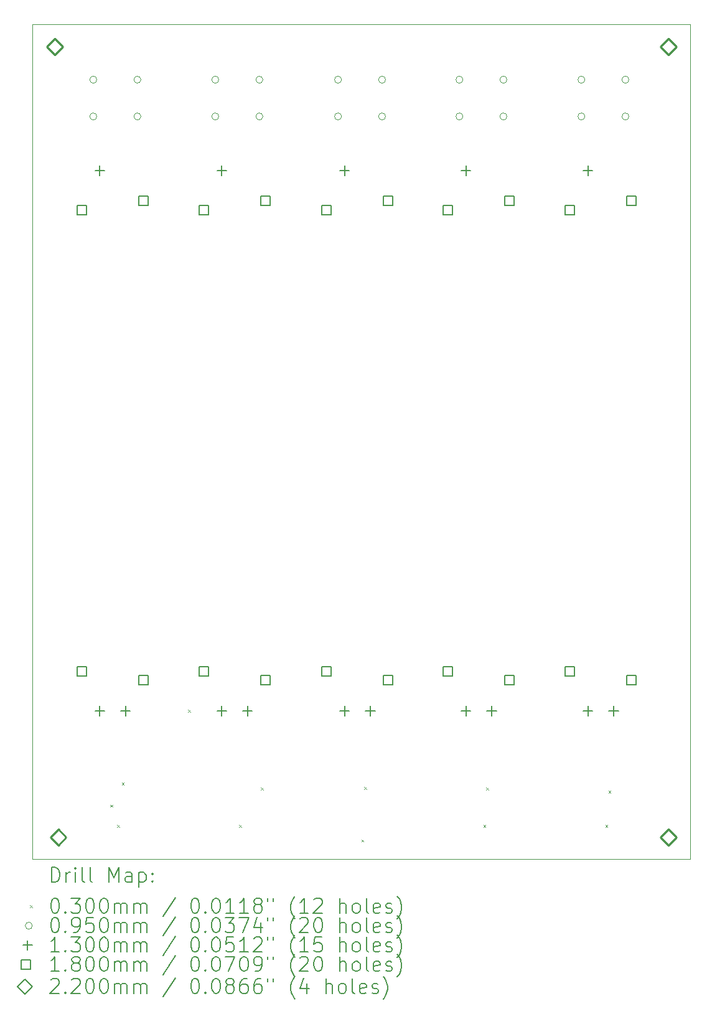
<source format=gbr>
%TF.GenerationSoftware,KiCad,Pcbnew,8.0.1*%
%TF.CreationDate,2024-04-04T14:24:50-04:00*%
%TF.ProjectId,mandreko-deej,6d616e64-7265-46b6-9f2d-6465656a2e6b,rev?*%
%TF.SameCoordinates,Original*%
%TF.FileFunction,Drillmap*%
%TF.FilePolarity,Positive*%
%FSLAX45Y45*%
G04 Gerber Fmt 4.5, Leading zero omitted, Abs format (unit mm)*
G04 Created by KiCad (PCBNEW 8.0.1) date 2024-04-04 14:24:50*
%MOMM*%
%LPD*%
G01*
G04 APERTURE LIST*
%ADD10C,0.050000*%
%ADD11C,0.200000*%
%ADD12C,0.100000*%
%ADD13C,0.130000*%
%ADD14C,0.180000*%
%ADD15C,0.220000*%
G04 APERTURE END LIST*
D10*
X10800000Y-3950000D02*
X19750000Y-3950000D01*
X19750000Y-15300000D01*
X10800000Y-15300000D01*
X10800000Y-3950000D01*
D11*
D12*
X11860000Y-14560000D02*
X11890000Y-14590000D01*
X11890000Y-14560000D02*
X11860000Y-14590000D01*
X11953690Y-14836290D02*
X11983690Y-14866290D01*
X11983690Y-14836290D02*
X11953690Y-14866290D01*
X12016020Y-14259880D02*
X12046020Y-14289880D01*
X12046020Y-14259880D02*
X12016020Y-14289880D01*
X12915400Y-13268400D02*
X12945400Y-13298400D01*
X12945400Y-13268400D02*
X12915400Y-13298400D01*
X13613620Y-14836730D02*
X13643620Y-14866730D01*
X13643620Y-14836730D02*
X13613620Y-14866730D01*
X13906480Y-14329810D02*
X13936480Y-14359810D01*
X13936480Y-14329810D02*
X13906480Y-14359810D01*
X15273550Y-15033680D02*
X15303550Y-15063680D01*
X15303550Y-15033680D02*
X15273550Y-15063680D01*
X15313030Y-14321170D02*
X15343030Y-14351170D01*
X15343030Y-14321170D02*
X15313030Y-14351170D01*
X16933500Y-14836830D02*
X16963500Y-14866830D01*
X16963500Y-14836830D02*
X16933500Y-14866830D01*
X16974180Y-14328380D02*
X17004180Y-14358380D01*
X17004180Y-14328380D02*
X16974180Y-14358380D01*
X18593400Y-14836710D02*
X18623400Y-14866710D01*
X18623400Y-14836710D02*
X18593400Y-14866710D01*
X18635730Y-14370000D02*
X18665730Y-14400000D01*
X18665730Y-14370000D02*
X18635730Y-14400000D01*
X11674940Y-4700000D02*
G75*
G02*
X11579940Y-4700000I-47500J0D01*
G01*
X11579940Y-4700000D02*
G75*
G02*
X11674940Y-4700000I47500J0D01*
G01*
X11674940Y-5200000D02*
G75*
G02*
X11579940Y-5200000I-47500J0D01*
G01*
X11579940Y-5200000D02*
G75*
G02*
X11674940Y-5200000I47500J0D01*
G01*
X12274940Y-4700000D02*
G75*
G02*
X12179940Y-4700000I-47500J0D01*
G01*
X12179940Y-4700000D02*
G75*
G02*
X12274940Y-4700000I47500J0D01*
G01*
X12274940Y-5200000D02*
G75*
G02*
X12179940Y-5200000I-47500J0D01*
G01*
X12179940Y-5200000D02*
G75*
G02*
X12274940Y-5200000I47500J0D01*
G01*
X13334870Y-4700000D02*
G75*
G02*
X13239870Y-4700000I-47500J0D01*
G01*
X13239870Y-4700000D02*
G75*
G02*
X13334870Y-4700000I47500J0D01*
G01*
X13334870Y-5200000D02*
G75*
G02*
X13239870Y-5200000I-47500J0D01*
G01*
X13239870Y-5200000D02*
G75*
G02*
X13334870Y-5200000I47500J0D01*
G01*
X13934870Y-4700000D02*
G75*
G02*
X13839870Y-4700000I-47500J0D01*
G01*
X13839870Y-4700000D02*
G75*
G02*
X13934870Y-4700000I47500J0D01*
G01*
X13934870Y-5200000D02*
G75*
G02*
X13839870Y-5200000I-47500J0D01*
G01*
X13839870Y-5200000D02*
G75*
G02*
X13934870Y-5200000I47500J0D01*
G01*
X15003750Y-4700000D02*
G75*
G02*
X14908750Y-4700000I-47500J0D01*
G01*
X14908750Y-4700000D02*
G75*
G02*
X15003750Y-4700000I47500J0D01*
G01*
X15003750Y-5200000D02*
G75*
G02*
X14908750Y-5200000I-47500J0D01*
G01*
X14908750Y-5200000D02*
G75*
G02*
X15003750Y-5200000I47500J0D01*
G01*
X15603750Y-4700000D02*
G75*
G02*
X15508750Y-4700000I-47500J0D01*
G01*
X15508750Y-4700000D02*
G75*
G02*
X15603750Y-4700000I47500J0D01*
G01*
X15603750Y-5200000D02*
G75*
G02*
X15508750Y-5200000I-47500J0D01*
G01*
X15508750Y-5200000D02*
G75*
G02*
X15603750Y-5200000I47500J0D01*
G01*
X16654720Y-4700000D02*
G75*
G02*
X16559720Y-4700000I-47500J0D01*
G01*
X16559720Y-4700000D02*
G75*
G02*
X16654720Y-4700000I47500J0D01*
G01*
X16654720Y-5200000D02*
G75*
G02*
X16559720Y-5200000I-47500J0D01*
G01*
X16559720Y-5200000D02*
G75*
G02*
X16654720Y-5200000I47500J0D01*
G01*
X17254720Y-4700000D02*
G75*
G02*
X17159720Y-4700000I-47500J0D01*
G01*
X17159720Y-4700000D02*
G75*
G02*
X17254720Y-4700000I47500J0D01*
G01*
X17254720Y-5200000D02*
G75*
G02*
X17159720Y-5200000I-47500J0D01*
G01*
X17159720Y-5200000D02*
G75*
G02*
X17254720Y-5200000I47500J0D01*
G01*
X18314650Y-4700000D02*
G75*
G02*
X18219650Y-4700000I-47500J0D01*
G01*
X18219650Y-4700000D02*
G75*
G02*
X18314650Y-4700000I47500J0D01*
G01*
X18314650Y-5200000D02*
G75*
G02*
X18219650Y-5200000I-47500J0D01*
G01*
X18219650Y-5200000D02*
G75*
G02*
X18314650Y-5200000I47500J0D01*
G01*
X18914650Y-4700000D02*
G75*
G02*
X18819650Y-4700000I-47500J0D01*
G01*
X18819650Y-4700000D02*
G75*
G02*
X18914650Y-4700000I47500J0D01*
G01*
X18914650Y-5200000D02*
G75*
G02*
X18819650Y-5200000I-47500J0D01*
G01*
X18819650Y-5200000D02*
G75*
G02*
X18914650Y-5200000I47500J0D01*
G01*
D13*
X11716190Y-5870000D02*
X11716190Y-6000000D01*
X11651190Y-5935000D02*
X11781190Y-5935000D01*
X11716190Y-13220000D02*
X11716190Y-13350000D01*
X11651190Y-13285000D02*
X11781190Y-13285000D01*
X12066190Y-13220000D02*
X12066190Y-13350000D01*
X12001190Y-13285000D02*
X12131190Y-13285000D01*
X13376120Y-5870000D02*
X13376120Y-6000000D01*
X13311120Y-5935000D02*
X13441120Y-5935000D01*
X13376120Y-13220000D02*
X13376120Y-13350000D01*
X13311120Y-13285000D02*
X13441120Y-13285000D01*
X13726120Y-13220000D02*
X13726120Y-13350000D01*
X13661120Y-13285000D02*
X13791120Y-13285000D01*
X15045000Y-5870000D02*
X15045000Y-6000000D01*
X14980000Y-5935000D02*
X15110000Y-5935000D01*
X15045000Y-13220000D02*
X15045000Y-13350000D01*
X14980000Y-13285000D02*
X15110000Y-13285000D01*
X15395000Y-13220000D02*
X15395000Y-13350000D01*
X15330000Y-13285000D02*
X15460000Y-13285000D01*
X16695970Y-5870000D02*
X16695970Y-6000000D01*
X16630970Y-5935000D02*
X16760970Y-5935000D01*
X16695970Y-13220000D02*
X16695970Y-13350000D01*
X16630970Y-13285000D02*
X16760970Y-13285000D01*
X17045970Y-13220000D02*
X17045970Y-13350000D01*
X16980970Y-13285000D02*
X17110970Y-13285000D01*
X18355900Y-5870000D02*
X18355900Y-6000000D01*
X18290900Y-5935000D02*
X18420900Y-5935000D01*
X18355900Y-13220000D02*
X18355900Y-13350000D01*
X18290900Y-13285000D02*
X18420900Y-13285000D01*
X18705900Y-13220000D02*
X18705900Y-13350000D01*
X18640900Y-13285000D02*
X18770900Y-13285000D01*
D14*
X11534830Y-6533640D02*
X11534830Y-6406360D01*
X11407550Y-6406360D01*
X11407550Y-6533640D01*
X11534830Y-6533640D01*
X11534830Y-12813640D02*
X11534830Y-12686360D01*
X11407550Y-12686360D01*
X11407550Y-12813640D01*
X11534830Y-12813640D01*
X12374830Y-6413640D02*
X12374830Y-6286360D01*
X12247550Y-6286360D01*
X12247550Y-6413640D01*
X12374830Y-6413640D01*
X12374830Y-12933640D02*
X12374830Y-12806360D01*
X12247550Y-12806360D01*
X12247550Y-12933640D01*
X12374830Y-12933640D01*
X13194760Y-6533640D02*
X13194760Y-6406360D01*
X13067480Y-6406360D01*
X13067480Y-6533640D01*
X13194760Y-6533640D01*
X13194760Y-12813640D02*
X13194760Y-12686360D01*
X13067480Y-12686360D01*
X13067480Y-12813640D01*
X13194760Y-12813640D01*
X14034760Y-6413640D02*
X14034760Y-6286360D01*
X13907480Y-6286360D01*
X13907480Y-6413640D01*
X14034760Y-6413640D01*
X14034760Y-12933640D02*
X14034760Y-12806360D01*
X13907480Y-12806360D01*
X13907480Y-12933640D01*
X14034760Y-12933640D01*
X14863640Y-6533640D02*
X14863640Y-6406360D01*
X14736360Y-6406360D01*
X14736360Y-6533640D01*
X14863640Y-6533640D01*
X14863640Y-12813640D02*
X14863640Y-12686360D01*
X14736360Y-12686360D01*
X14736360Y-12813640D01*
X14863640Y-12813640D01*
X15703640Y-6413640D02*
X15703640Y-6286360D01*
X15576360Y-6286360D01*
X15576360Y-6413640D01*
X15703640Y-6413640D01*
X15703640Y-12933640D02*
X15703640Y-12806360D01*
X15576360Y-12806360D01*
X15576360Y-12933640D01*
X15703640Y-12933640D01*
X16514610Y-6533640D02*
X16514610Y-6406360D01*
X16387330Y-6406360D01*
X16387330Y-6533640D01*
X16514610Y-6533640D01*
X16514610Y-12813640D02*
X16514610Y-12686360D01*
X16387330Y-12686360D01*
X16387330Y-12813640D01*
X16514610Y-12813640D01*
X17354610Y-6413640D02*
X17354610Y-6286360D01*
X17227330Y-6286360D01*
X17227330Y-6413640D01*
X17354610Y-6413640D01*
X17354610Y-12933640D02*
X17354610Y-12806360D01*
X17227330Y-12806360D01*
X17227330Y-12933640D01*
X17354610Y-12933640D01*
X18174540Y-6533640D02*
X18174540Y-6406360D01*
X18047260Y-6406360D01*
X18047260Y-6533640D01*
X18174540Y-6533640D01*
X18174540Y-12813640D02*
X18174540Y-12686360D01*
X18047260Y-12686360D01*
X18047260Y-12813640D01*
X18174540Y-12813640D01*
X19014540Y-6413640D02*
X19014540Y-6286360D01*
X18887260Y-6286360D01*
X18887260Y-6413640D01*
X19014540Y-6413640D01*
X19014540Y-12933640D02*
X19014540Y-12806360D01*
X18887260Y-12806360D01*
X18887260Y-12933640D01*
X19014540Y-12933640D01*
D15*
X11100000Y-4360000D02*
X11210000Y-4250000D01*
X11100000Y-4140000D01*
X10990000Y-4250000D01*
X11100000Y-4360000D01*
X11150000Y-15110000D02*
X11260000Y-15000000D01*
X11150000Y-14890000D01*
X11040000Y-15000000D01*
X11150000Y-15110000D01*
X19450000Y-4360000D02*
X19560000Y-4250000D01*
X19450000Y-4140000D01*
X19340000Y-4250000D01*
X19450000Y-4360000D01*
X19450000Y-15110000D02*
X19560000Y-15000000D01*
X19450000Y-14890000D01*
X19340000Y-15000000D01*
X19450000Y-15110000D01*
D11*
X11058277Y-15613984D02*
X11058277Y-15413984D01*
X11058277Y-15413984D02*
X11105896Y-15413984D01*
X11105896Y-15413984D02*
X11134467Y-15423508D01*
X11134467Y-15423508D02*
X11153515Y-15442555D01*
X11153515Y-15442555D02*
X11163039Y-15461603D01*
X11163039Y-15461603D02*
X11172563Y-15499698D01*
X11172563Y-15499698D02*
X11172563Y-15528269D01*
X11172563Y-15528269D02*
X11163039Y-15566365D01*
X11163039Y-15566365D02*
X11153515Y-15585412D01*
X11153515Y-15585412D02*
X11134467Y-15604460D01*
X11134467Y-15604460D02*
X11105896Y-15613984D01*
X11105896Y-15613984D02*
X11058277Y-15613984D01*
X11258277Y-15613984D02*
X11258277Y-15480650D01*
X11258277Y-15518746D02*
X11267801Y-15499698D01*
X11267801Y-15499698D02*
X11277324Y-15490174D01*
X11277324Y-15490174D02*
X11296372Y-15480650D01*
X11296372Y-15480650D02*
X11315420Y-15480650D01*
X11382086Y-15613984D02*
X11382086Y-15480650D01*
X11382086Y-15413984D02*
X11372562Y-15423508D01*
X11372562Y-15423508D02*
X11382086Y-15433031D01*
X11382086Y-15433031D02*
X11391610Y-15423508D01*
X11391610Y-15423508D02*
X11382086Y-15413984D01*
X11382086Y-15413984D02*
X11382086Y-15433031D01*
X11505896Y-15613984D02*
X11486848Y-15604460D01*
X11486848Y-15604460D02*
X11477324Y-15585412D01*
X11477324Y-15585412D02*
X11477324Y-15413984D01*
X11610658Y-15613984D02*
X11591610Y-15604460D01*
X11591610Y-15604460D02*
X11582086Y-15585412D01*
X11582086Y-15585412D02*
X11582086Y-15413984D01*
X11839229Y-15613984D02*
X11839229Y-15413984D01*
X11839229Y-15413984D02*
X11905896Y-15556841D01*
X11905896Y-15556841D02*
X11972562Y-15413984D01*
X11972562Y-15413984D02*
X11972562Y-15613984D01*
X12153515Y-15613984D02*
X12153515Y-15509222D01*
X12153515Y-15509222D02*
X12143991Y-15490174D01*
X12143991Y-15490174D02*
X12124943Y-15480650D01*
X12124943Y-15480650D02*
X12086848Y-15480650D01*
X12086848Y-15480650D02*
X12067801Y-15490174D01*
X12153515Y-15604460D02*
X12134467Y-15613984D01*
X12134467Y-15613984D02*
X12086848Y-15613984D01*
X12086848Y-15613984D02*
X12067801Y-15604460D01*
X12067801Y-15604460D02*
X12058277Y-15585412D01*
X12058277Y-15585412D02*
X12058277Y-15566365D01*
X12058277Y-15566365D02*
X12067801Y-15547317D01*
X12067801Y-15547317D02*
X12086848Y-15537793D01*
X12086848Y-15537793D02*
X12134467Y-15537793D01*
X12134467Y-15537793D02*
X12153515Y-15528269D01*
X12248753Y-15480650D02*
X12248753Y-15680650D01*
X12248753Y-15490174D02*
X12267801Y-15480650D01*
X12267801Y-15480650D02*
X12305896Y-15480650D01*
X12305896Y-15480650D02*
X12324943Y-15490174D01*
X12324943Y-15490174D02*
X12334467Y-15499698D01*
X12334467Y-15499698D02*
X12343991Y-15518746D01*
X12343991Y-15518746D02*
X12343991Y-15575888D01*
X12343991Y-15575888D02*
X12334467Y-15594936D01*
X12334467Y-15594936D02*
X12324943Y-15604460D01*
X12324943Y-15604460D02*
X12305896Y-15613984D01*
X12305896Y-15613984D02*
X12267801Y-15613984D01*
X12267801Y-15613984D02*
X12248753Y-15604460D01*
X12429705Y-15594936D02*
X12439229Y-15604460D01*
X12439229Y-15604460D02*
X12429705Y-15613984D01*
X12429705Y-15613984D02*
X12420182Y-15604460D01*
X12420182Y-15604460D02*
X12429705Y-15594936D01*
X12429705Y-15594936D02*
X12429705Y-15613984D01*
X12429705Y-15490174D02*
X12439229Y-15499698D01*
X12439229Y-15499698D02*
X12429705Y-15509222D01*
X12429705Y-15509222D02*
X12420182Y-15499698D01*
X12420182Y-15499698D02*
X12429705Y-15490174D01*
X12429705Y-15490174D02*
X12429705Y-15509222D01*
D12*
X10767500Y-15927500D02*
X10797500Y-15957500D01*
X10797500Y-15927500D02*
X10767500Y-15957500D01*
D11*
X11096372Y-15833984D02*
X11115420Y-15833984D01*
X11115420Y-15833984D02*
X11134467Y-15843508D01*
X11134467Y-15843508D02*
X11143991Y-15853031D01*
X11143991Y-15853031D02*
X11153515Y-15872079D01*
X11153515Y-15872079D02*
X11163039Y-15910174D01*
X11163039Y-15910174D02*
X11163039Y-15957793D01*
X11163039Y-15957793D02*
X11153515Y-15995888D01*
X11153515Y-15995888D02*
X11143991Y-16014936D01*
X11143991Y-16014936D02*
X11134467Y-16024460D01*
X11134467Y-16024460D02*
X11115420Y-16033984D01*
X11115420Y-16033984D02*
X11096372Y-16033984D01*
X11096372Y-16033984D02*
X11077324Y-16024460D01*
X11077324Y-16024460D02*
X11067801Y-16014936D01*
X11067801Y-16014936D02*
X11058277Y-15995888D01*
X11058277Y-15995888D02*
X11048753Y-15957793D01*
X11048753Y-15957793D02*
X11048753Y-15910174D01*
X11048753Y-15910174D02*
X11058277Y-15872079D01*
X11058277Y-15872079D02*
X11067801Y-15853031D01*
X11067801Y-15853031D02*
X11077324Y-15843508D01*
X11077324Y-15843508D02*
X11096372Y-15833984D01*
X11248753Y-16014936D02*
X11258277Y-16024460D01*
X11258277Y-16024460D02*
X11248753Y-16033984D01*
X11248753Y-16033984D02*
X11239229Y-16024460D01*
X11239229Y-16024460D02*
X11248753Y-16014936D01*
X11248753Y-16014936D02*
X11248753Y-16033984D01*
X11324943Y-15833984D02*
X11448753Y-15833984D01*
X11448753Y-15833984D02*
X11382086Y-15910174D01*
X11382086Y-15910174D02*
X11410658Y-15910174D01*
X11410658Y-15910174D02*
X11429705Y-15919698D01*
X11429705Y-15919698D02*
X11439229Y-15929222D01*
X11439229Y-15929222D02*
X11448753Y-15948269D01*
X11448753Y-15948269D02*
X11448753Y-15995888D01*
X11448753Y-15995888D02*
X11439229Y-16014936D01*
X11439229Y-16014936D02*
X11429705Y-16024460D01*
X11429705Y-16024460D02*
X11410658Y-16033984D01*
X11410658Y-16033984D02*
X11353515Y-16033984D01*
X11353515Y-16033984D02*
X11334467Y-16024460D01*
X11334467Y-16024460D02*
X11324943Y-16014936D01*
X11572562Y-15833984D02*
X11591610Y-15833984D01*
X11591610Y-15833984D02*
X11610658Y-15843508D01*
X11610658Y-15843508D02*
X11620182Y-15853031D01*
X11620182Y-15853031D02*
X11629705Y-15872079D01*
X11629705Y-15872079D02*
X11639229Y-15910174D01*
X11639229Y-15910174D02*
X11639229Y-15957793D01*
X11639229Y-15957793D02*
X11629705Y-15995888D01*
X11629705Y-15995888D02*
X11620182Y-16014936D01*
X11620182Y-16014936D02*
X11610658Y-16024460D01*
X11610658Y-16024460D02*
X11591610Y-16033984D01*
X11591610Y-16033984D02*
X11572562Y-16033984D01*
X11572562Y-16033984D02*
X11553515Y-16024460D01*
X11553515Y-16024460D02*
X11543991Y-16014936D01*
X11543991Y-16014936D02*
X11534467Y-15995888D01*
X11534467Y-15995888D02*
X11524943Y-15957793D01*
X11524943Y-15957793D02*
X11524943Y-15910174D01*
X11524943Y-15910174D02*
X11534467Y-15872079D01*
X11534467Y-15872079D02*
X11543991Y-15853031D01*
X11543991Y-15853031D02*
X11553515Y-15843508D01*
X11553515Y-15843508D02*
X11572562Y-15833984D01*
X11763039Y-15833984D02*
X11782086Y-15833984D01*
X11782086Y-15833984D02*
X11801134Y-15843508D01*
X11801134Y-15843508D02*
X11810658Y-15853031D01*
X11810658Y-15853031D02*
X11820182Y-15872079D01*
X11820182Y-15872079D02*
X11829705Y-15910174D01*
X11829705Y-15910174D02*
X11829705Y-15957793D01*
X11829705Y-15957793D02*
X11820182Y-15995888D01*
X11820182Y-15995888D02*
X11810658Y-16014936D01*
X11810658Y-16014936D02*
X11801134Y-16024460D01*
X11801134Y-16024460D02*
X11782086Y-16033984D01*
X11782086Y-16033984D02*
X11763039Y-16033984D01*
X11763039Y-16033984D02*
X11743991Y-16024460D01*
X11743991Y-16024460D02*
X11734467Y-16014936D01*
X11734467Y-16014936D02*
X11724943Y-15995888D01*
X11724943Y-15995888D02*
X11715420Y-15957793D01*
X11715420Y-15957793D02*
X11715420Y-15910174D01*
X11715420Y-15910174D02*
X11724943Y-15872079D01*
X11724943Y-15872079D02*
X11734467Y-15853031D01*
X11734467Y-15853031D02*
X11743991Y-15843508D01*
X11743991Y-15843508D02*
X11763039Y-15833984D01*
X11915420Y-16033984D02*
X11915420Y-15900650D01*
X11915420Y-15919698D02*
X11924943Y-15910174D01*
X11924943Y-15910174D02*
X11943991Y-15900650D01*
X11943991Y-15900650D02*
X11972563Y-15900650D01*
X11972563Y-15900650D02*
X11991610Y-15910174D01*
X11991610Y-15910174D02*
X12001134Y-15929222D01*
X12001134Y-15929222D02*
X12001134Y-16033984D01*
X12001134Y-15929222D02*
X12010658Y-15910174D01*
X12010658Y-15910174D02*
X12029705Y-15900650D01*
X12029705Y-15900650D02*
X12058277Y-15900650D01*
X12058277Y-15900650D02*
X12077324Y-15910174D01*
X12077324Y-15910174D02*
X12086848Y-15929222D01*
X12086848Y-15929222D02*
X12086848Y-16033984D01*
X12182086Y-16033984D02*
X12182086Y-15900650D01*
X12182086Y-15919698D02*
X12191610Y-15910174D01*
X12191610Y-15910174D02*
X12210658Y-15900650D01*
X12210658Y-15900650D02*
X12239229Y-15900650D01*
X12239229Y-15900650D02*
X12258277Y-15910174D01*
X12258277Y-15910174D02*
X12267801Y-15929222D01*
X12267801Y-15929222D02*
X12267801Y-16033984D01*
X12267801Y-15929222D02*
X12277324Y-15910174D01*
X12277324Y-15910174D02*
X12296372Y-15900650D01*
X12296372Y-15900650D02*
X12324943Y-15900650D01*
X12324943Y-15900650D02*
X12343991Y-15910174D01*
X12343991Y-15910174D02*
X12353515Y-15929222D01*
X12353515Y-15929222D02*
X12353515Y-16033984D01*
X12743991Y-15824460D02*
X12572563Y-16081603D01*
X13001134Y-15833984D02*
X13020182Y-15833984D01*
X13020182Y-15833984D02*
X13039229Y-15843508D01*
X13039229Y-15843508D02*
X13048753Y-15853031D01*
X13048753Y-15853031D02*
X13058277Y-15872079D01*
X13058277Y-15872079D02*
X13067801Y-15910174D01*
X13067801Y-15910174D02*
X13067801Y-15957793D01*
X13067801Y-15957793D02*
X13058277Y-15995888D01*
X13058277Y-15995888D02*
X13048753Y-16014936D01*
X13048753Y-16014936D02*
X13039229Y-16024460D01*
X13039229Y-16024460D02*
X13020182Y-16033984D01*
X13020182Y-16033984D02*
X13001134Y-16033984D01*
X13001134Y-16033984D02*
X12982086Y-16024460D01*
X12982086Y-16024460D02*
X12972563Y-16014936D01*
X12972563Y-16014936D02*
X12963039Y-15995888D01*
X12963039Y-15995888D02*
X12953515Y-15957793D01*
X12953515Y-15957793D02*
X12953515Y-15910174D01*
X12953515Y-15910174D02*
X12963039Y-15872079D01*
X12963039Y-15872079D02*
X12972563Y-15853031D01*
X12972563Y-15853031D02*
X12982086Y-15843508D01*
X12982086Y-15843508D02*
X13001134Y-15833984D01*
X13153515Y-16014936D02*
X13163039Y-16024460D01*
X13163039Y-16024460D02*
X13153515Y-16033984D01*
X13153515Y-16033984D02*
X13143991Y-16024460D01*
X13143991Y-16024460D02*
X13153515Y-16014936D01*
X13153515Y-16014936D02*
X13153515Y-16033984D01*
X13286848Y-15833984D02*
X13305896Y-15833984D01*
X13305896Y-15833984D02*
X13324944Y-15843508D01*
X13324944Y-15843508D02*
X13334467Y-15853031D01*
X13334467Y-15853031D02*
X13343991Y-15872079D01*
X13343991Y-15872079D02*
X13353515Y-15910174D01*
X13353515Y-15910174D02*
X13353515Y-15957793D01*
X13353515Y-15957793D02*
X13343991Y-15995888D01*
X13343991Y-15995888D02*
X13334467Y-16014936D01*
X13334467Y-16014936D02*
X13324944Y-16024460D01*
X13324944Y-16024460D02*
X13305896Y-16033984D01*
X13305896Y-16033984D02*
X13286848Y-16033984D01*
X13286848Y-16033984D02*
X13267801Y-16024460D01*
X13267801Y-16024460D02*
X13258277Y-16014936D01*
X13258277Y-16014936D02*
X13248753Y-15995888D01*
X13248753Y-15995888D02*
X13239229Y-15957793D01*
X13239229Y-15957793D02*
X13239229Y-15910174D01*
X13239229Y-15910174D02*
X13248753Y-15872079D01*
X13248753Y-15872079D02*
X13258277Y-15853031D01*
X13258277Y-15853031D02*
X13267801Y-15843508D01*
X13267801Y-15843508D02*
X13286848Y-15833984D01*
X13543991Y-16033984D02*
X13429706Y-16033984D01*
X13486848Y-16033984D02*
X13486848Y-15833984D01*
X13486848Y-15833984D02*
X13467801Y-15862555D01*
X13467801Y-15862555D02*
X13448753Y-15881603D01*
X13448753Y-15881603D02*
X13429706Y-15891127D01*
X13734467Y-16033984D02*
X13620182Y-16033984D01*
X13677325Y-16033984D02*
X13677325Y-15833984D01*
X13677325Y-15833984D02*
X13658277Y-15862555D01*
X13658277Y-15862555D02*
X13639229Y-15881603D01*
X13639229Y-15881603D02*
X13620182Y-15891127D01*
X13848753Y-15919698D02*
X13829706Y-15910174D01*
X13829706Y-15910174D02*
X13820182Y-15900650D01*
X13820182Y-15900650D02*
X13810658Y-15881603D01*
X13810658Y-15881603D02*
X13810658Y-15872079D01*
X13810658Y-15872079D02*
X13820182Y-15853031D01*
X13820182Y-15853031D02*
X13829706Y-15843508D01*
X13829706Y-15843508D02*
X13848753Y-15833984D01*
X13848753Y-15833984D02*
X13886848Y-15833984D01*
X13886848Y-15833984D02*
X13905896Y-15843508D01*
X13905896Y-15843508D02*
X13915420Y-15853031D01*
X13915420Y-15853031D02*
X13924944Y-15872079D01*
X13924944Y-15872079D02*
X13924944Y-15881603D01*
X13924944Y-15881603D02*
X13915420Y-15900650D01*
X13915420Y-15900650D02*
X13905896Y-15910174D01*
X13905896Y-15910174D02*
X13886848Y-15919698D01*
X13886848Y-15919698D02*
X13848753Y-15919698D01*
X13848753Y-15919698D02*
X13829706Y-15929222D01*
X13829706Y-15929222D02*
X13820182Y-15938746D01*
X13820182Y-15938746D02*
X13810658Y-15957793D01*
X13810658Y-15957793D02*
X13810658Y-15995888D01*
X13810658Y-15995888D02*
X13820182Y-16014936D01*
X13820182Y-16014936D02*
X13829706Y-16024460D01*
X13829706Y-16024460D02*
X13848753Y-16033984D01*
X13848753Y-16033984D02*
X13886848Y-16033984D01*
X13886848Y-16033984D02*
X13905896Y-16024460D01*
X13905896Y-16024460D02*
X13915420Y-16014936D01*
X13915420Y-16014936D02*
X13924944Y-15995888D01*
X13924944Y-15995888D02*
X13924944Y-15957793D01*
X13924944Y-15957793D02*
X13915420Y-15938746D01*
X13915420Y-15938746D02*
X13905896Y-15929222D01*
X13905896Y-15929222D02*
X13886848Y-15919698D01*
X14001134Y-15833984D02*
X14001134Y-15872079D01*
X14077325Y-15833984D02*
X14077325Y-15872079D01*
X14372563Y-16110174D02*
X14363039Y-16100650D01*
X14363039Y-16100650D02*
X14343991Y-16072079D01*
X14343991Y-16072079D02*
X14334468Y-16053031D01*
X14334468Y-16053031D02*
X14324944Y-16024460D01*
X14324944Y-16024460D02*
X14315420Y-15976841D01*
X14315420Y-15976841D02*
X14315420Y-15938746D01*
X14315420Y-15938746D02*
X14324944Y-15891127D01*
X14324944Y-15891127D02*
X14334468Y-15862555D01*
X14334468Y-15862555D02*
X14343991Y-15843508D01*
X14343991Y-15843508D02*
X14363039Y-15814936D01*
X14363039Y-15814936D02*
X14372563Y-15805412D01*
X14553515Y-16033984D02*
X14439229Y-16033984D01*
X14496372Y-16033984D02*
X14496372Y-15833984D01*
X14496372Y-15833984D02*
X14477325Y-15862555D01*
X14477325Y-15862555D02*
X14458277Y-15881603D01*
X14458277Y-15881603D02*
X14439229Y-15891127D01*
X14629706Y-15853031D02*
X14639229Y-15843508D01*
X14639229Y-15843508D02*
X14658277Y-15833984D01*
X14658277Y-15833984D02*
X14705896Y-15833984D01*
X14705896Y-15833984D02*
X14724944Y-15843508D01*
X14724944Y-15843508D02*
X14734468Y-15853031D01*
X14734468Y-15853031D02*
X14743991Y-15872079D01*
X14743991Y-15872079D02*
X14743991Y-15891127D01*
X14743991Y-15891127D02*
X14734468Y-15919698D01*
X14734468Y-15919698D02*
X14620182Y-16033984D01*
X14620182Y-16033984D02*
X14743991Y-16033984D01*
X14982087Y-16033984D02*
X14982087Y-15833984D01*
X15067801Y-16033984D02*
X15067801Y-15929222D01*
X15067801Y-15929222D02*
X15058277Y-15910174D01*
X15058277Y-15910174D02*
X15039230Y-15900650D01*
X15039230Y-15900650D02*
X15010658Y-15900650D01*
X15010658Y-15900650D02*
X14991610Y-15910174D01*
X14991610Y-15910174D02*
X14982087Y-15919698D01*
X15191610Y-16033984D02*
X15172563Y-16024460D01*
X15172563Y-16024460D02*
X15163039Y-16014936D01*
X15163039Y-16014936D02*
X15153515Y-15995888D01*
X15153515Y-15995888D02*
X15153515Y-15938746D01*
X15153515Y-15938746D02*
X15163039Y-15919698D01*
X15163039Y-15919698D02*
X15172563Y-15910174D01*
X15172563Y-15910174D02*
X15191610Y-15900650D01*
X15191610Y-15900650D02*
X15220182Y-15900650D01*
X15220182Y-15900650D02*
X15239230Y-15910174D01*
X15239230Y-15910174D02*
X15248753Y-15919698D01*
X15248753Y-15919698D02*
X15258277Y-15938746D01*
X15258277Y-15938746D02*
X15258277Y-15995888D01*
X15258277Y-15995888D02*
X15248753Y-16014936D01*
X15248753Y-16014936D02*
X15239230Y-16024460D01*
X15239230Y-16024460D02*
X15220182Y-16033984D01*
X15220182Y-16033984D02*
X15191610Y-16033984D01*
X15372563Y-16033984D02*
X15353515Y-16024460D01*
X15353515Y-16024460D02*
X15343991Y-16005412D01*
X15343991Y-16005412D02*
X15343991Y-15833984D01*
X15524944Y-16024460D02*
X15505896Y-16033984D01*
X15505896Y-16033984D02*
X15467801Y-16033984D01*
X15467801Y-16033984D02*
X15448753Y-16024460D01*
X15448753Y-16024460D02*
X15439230Y-16005412D01*
X15439230Y-16005412D02*
X15439230Y-15929222D01*
X15439230Y-15929222D02*
X15448753Y-15910174D01*
X15448753Y-15910174D02*
X15467801Y-15900650D01*
X15467801Y-15900650D02*
X15505896Y-15900650D01*
X15505896Y-15900650D02*
X15524944Y-15910174D01*
X15524944Y-15910174D02*
X15534468Y-15929222D01*
X15534468Y-15929222D02*
X15534468Y-15948269D01*
X15534468Y-15948269D02*
X15439230Y-15967317D01*
X15610658Y-16024460D02*
X15629706Y-16033984D01*
X15629706Y-16033984D02*
X15667801Y-16033984D01*
X15667801Y-16033984D02*
X15686849Y-16024460D01*
X15686849Y-16024460D02*
X15696372Y-16005412D01*
X15696372Y-16005412D02*
X15696372Y-15995888D01*
X15696372Y-15995888D02*
X15686849Y-15976841D01*
X15686849Y-15976841D02*
X15667801Y-15967317D01*
X15667801Y-15967317D02*
X15639230Y-15967317D01*
X15639230Y-15967317D02*
X15620182Y-15957793D01*
X15620182Y-15957793D02*
X15610658Y-15938746D01*
X15610658Y-15938746D02*
X15610658Y-15929222D01*
X15610658Y-15929222D02*
X15620182Y-15910174D01*
X15620182Y-15910174D02*
X15639230Y-15900650D01*
X15639230Y-15900650D02*
X15667801Y-15900650D01*
X15667801Y-15900650D02*
X15686849Y-15910174D01*
X15763039Y-16110174D02*
X15772563Y-16100650D01*
X15772563Y-16100650D02*
X15791611Y-16072079D01*
X15791611Y-16072079D02*
X15801134Y-16053031D01*
X15801134Y-16053031D02*
X15810658Y-16024460D01*
X15810658Y-16024460D02*
X15820182Y-15976841D01*
X15820182Y-15976841D02*
X15820182Y-15938746D01*
X15820182Y-15938746D02*
X15810658Y-15891127D01*
X15810658Y-15891127D02*
X15801134Y-15862555D01*
X15801134Y-15862555D02*
X15791611Y-15843508D01*
X15791611Y-15843508D02*
X15772563Y-15814936D01*
X15772563Y-15814936D02*
X15763039Y-15805412D01*
D12*
X10797500Y-16206500D02*
G75*
G02*
X10702500Y-16206500I-47500J0D01*
G01*
X10702500Y-16206500D02*
G75*
G02*
X10797500Y-16206500I47500J0D01*
G01*
D11*
X11096372Y-16097984D02*
X11115420Y-16097984D01*
X11115420Y-16097984D02*
X11134467Y-16107508D01*
X11134467Y-16107508D02*
X11143991Y-16117031D01*
X11143991Y-16117031D02*
X11153515Y-16136079D01*
X11153515Y-16136079D02*
X11163039Y-16174174D01*
X11163039Y-16174174D02*
X11163039Y-16221793D01*
X11163039Y-16221793D02*
X11153515Y-16259888D01*
X11153515Y-16259888D02*
X11143991Y-16278936D01*
X11143991Y-16278936D02*
X11134467Y-16288460D01*
X11134467Y-16288460D02*
X11115420Y-16297984D01*
X11115420Y-16297984D02*
X11096372Y-16297984D01*
X11096372Y-16297984D02*
X11077324Y-16288460D01*
X11077324Y-16288460D02*
X11067801Y-16278936D01*
X11067801Y-16278936D02*
X11058277Y-16259888D01*
X11058277Y-16259888D02*
X11048753Y-16221793D01*
X11048753Y-16221793D02*
X11048753Y-16174174D01*
X11048753Y-16174174D02*
X11058277Y-16136079D01*
X11058277Y-16136079D02*
X11067801Y-16117031D01*
X11067801Y-16117031D02*
X11077324Y-16107508D01*
X11077324Y-16107508D02*
X11096372Y-16097984D01*
X11248753Y-16278936D02*
X11258277Y-16288460D01*
X11258277Y-16288460D02*
X11248753Y-16297984D01*
X11248753Y-16297984D02*
X11239229Y-16288460D01*
X11239229Y-16288460D02*
X11248753Y-16278936D01*
X11248753Y-16278936D02*
X11248753Y-16297984D01*
X11353515Y-16297984D02*
X11391610Y-16297984D01*
X11391610Y-16297984D02*
X11410658Y-16288460D01*
X11410658Y-16288460D02*
X11420182Y-16278936D01*
X11420182Y-16278936D02*
X11439229Y-16250365D01*
X11439229Y-16250365D02*
X11448753Y-16212269D01*
X11448753Y-16212269D02*
X11448753Y-16136079D01*
X11448753Y-16136079D02*
X11439229Y-16117031D01*
X11439229Y-16117031D02*
X11429705Y-16107508D01*
X11429705Y-16107508D02*
X11410658Y-16097984D01*
X11410658Y-16097984D02*
X11372562Y-16097984D01*
X11372562Y-16097984D02*
X11353515Y-16107508D01*
X11353515Y-16107508D02*
X11343991Y-16117031D01*
X11343991Y-16117031D02*
X11334467Y-16136079D01*
X11334467Y-16136079D02*
X11334467Y-16183698D01*
X11334467Y-16183698D02*
X11343991Y-16202746D01*
X11343991Y-16202746D02*
X11353515Y-16212269D01*
X11353515Y-16212269D02*
X11372562Y-16221793D01*
X11372562Y-16221793D02*
X11410658Y-16221793D01*
X11410658Y-16221793D02*
X11429705Y-16212269D01*
X11429705Y-16212269D02*
X11439229Y-16202746D01*
X11439229Y-16202746D02*
X11448753Y-16183698D01*
X11629705Y-16097984D02*
X11534467Y-16097984D01*
X11534467Y-16097984D02*
X11524943Y-16193222D01*
X11524943Y-16193222D02*
X11534467Y-16183698D01*
X11534467Y-16183698D02*
X11553515Y-16174174D01*
X11553515Y-16174174D02*
X11601134Y-16174174D01*
X11601134Y-16174174D02*
X11620182Y-16183698D01*
X11620182Y-16183698D02*
X11629705Y-16193222D01*
X11629705Y-16193222D02*
X11639229Y-16212269D01*
X11639229Y-16212269D02*
X11639229Y-16259888D01*
X11639229Y-16259888D02*
X11629705Y-16278936D01*
X11629705Y-16278936D02*
X11620182Y-16288460D01*
X11620182Y-16288460D02*
X11601134Y-16297984D01*
X11601134Y-16297984D02*
X11553515Y-16297984D01*
X11553515Y-16297984D02*
X11534467Y-16288460D01*
X11534467Y-16288460D02*
X11524943Y-16278936D01*
X11763039Y-16097984D02*
X11782086Y-16097984D01*
X11782086Y-16097984D02*
X11801134Y-16107508D01*
X11801134Y-16107508D02*
X11810658Y-16117031D01*
X11810658Y-16117031D02*
X11820182Y-16136079D01*
X11820182Y-16136079D02*
X11829705Y-16174174D01*
X11829705Y-16174174D02*
X11829705Y-16221793D01*
X11829705Y-16221793D02*
X11820182Y-16259888D01*
X11820182Y-16259888D02*
X11810658Y-16278936D01*
X11810658Y-16278936D02*
X11801134Y-16288460D01*
X11801134Y-16288460D02*
X11782086Y-16297984D01*
X11782086Y-16297984D02*
X11763039Y-16297984D01*
X11763039Y-16297984D02*
X11743991Y-16288460D01*
X11743991Y-16288460D02*
X11734467Y-16278936D01*
X11734467Y-16278936D02*
X11724943Y-16259888D01*
X11724943Y-16259888D02*
X11715420Y-16221793D01*
X11715420Y-16221793D02*
X11715420Y-16174174D01*
X11715420Y-16174174D02*
X11724943Y-16136079D01*
X11724943Y-16136079D02*
X11734467Y-16117031D01*
X11734467Y-16117031D02*
X11743991Y-16107508D01*
X11743991Y-16107508D02*
X11763039Y-16097984D01*
X11915420Y-16297984D02*
X11915420Y-16164650D01*
X11915420Y-16183698D02*
X11924943Y-16174174D01*
X11924943Y-16174174D02*
X11943991Y-16164650D01*
X11943991Y-16164650D02*
X11972563Y-16164650D01*
X11972563Y-16164650D02*
X11991610Y-16174174D01*
X11991610Y-16174174D02*
X12001134Y-16193222D01*
X12001134Y-16193222D02*
X12001134Y-16297984D01*
X12001134Y-16193222D02*
X12010658Y-16174174D01*
X12010658Y-16174174D02*
X12029705Y-16164650D01*
X12029705Y-16164650D02*
X12058277Y-16164650D01*
X12058277Y-16164650D02*
X12077324Y-16174174D01*
X12077324Y-16174174D02*
X12086848Y-16193222D01*
X12086848Y-16193222D02*
X12086848Y-16297984D01*
X12182086Y-16297984D02*
X12182086Y-16164650D01*
X12182086Y-16183698D02*
X12191610Y-16174174D01*
X12191610Y-16174174D02*
X12210658Y-16164650D01*
X12210658Y-16164650D02*
X12239229Y-16164650D01*
X12239229Y-16164650D02*
X12258277Y-16174174D01*
X12258277Y-16174174D02*
X12267801Y-16193222D01*
X12267801Y-16193222D02*
X12267801Y-16297984D01*
X12267801Y-16193222D02*
X12277324Y-16174174D01*
X12277324Y-16174174D02*
X12296372Y-16164650D01*
X12296372Y-16164650D02*
X12324943Y-16164650D01*
X12324943Y-16164650D02*
X12343991Y-16174174D01*
X12343991Y-16174174D02*
X12353515Y-16193222D01*
X12353515Y-16193222D02*
X12353515Y-16297984D01*
X12743991Y-16088460D02*
X12572563Y-16345603D01*
X13001134Y-16097984D02*
X13020182Y-16097984D01*
X13020182Y-16097984D02*
X13039229Y-16107508D01*
X13039229Y-16107508D02*
X13048753Y-16117031D01*
X13048753Y-16117031D02*
X13058277Y-16136079D01*
X13058277Y-16136079D02*
X13067801Y-16174174D01*
X13067801Y-16174174D02*
X13067801Y-16221793D01*
X13067801Y-16221793D02*
X13058277Y-16259888D01*
X13058277Y-16259888D02*
X13048753Y-16278936D01*
X13048753Y-16278936D02*
X13039229Y-16288460D01*
X13039229Y-16288460D02*
X13020182Y-16297984D01*
X13020182Y-16297984D02*
X13001134Y-16297984D01*
X13001134Y-16297984D02*
X12982086Y-16288460D01*
X12982086Y-16288460D02*
X12972563Y-16278936D01*
X12972563Y-16278936D02*
X12963039Y-16259888D01*
X12963039Y-16259888D02*
X12953515Y-16221793D01*
X12953515Y-16221793D02*
X12953515Y-16174174D01*
X12953515Y-16174174D02*
X12963039Y-16136079D01*
X12963039Y-16136079D02*
X12972563Y-16117031D01*
X12972563Y-16117031D02*
X12982086Y-16107508D01*
X12982086Y-16107508D02*
X13001134Y-16097984D01*
X13153515Y-16278936D02*
X13163039Y-16288460D01*
X13163039Y-16288460D02*
X13153515Y-16297984D01*
X13153515Y-16297984D02*
X13143991Y-16288460D01*
X13143991Y-16288460D02*
X13153515Y-16278936D01*
X13153515Y-16278936D02*
X13153515Y-16297984D01*
X13286848Y-16097984D02*
X13305896Y-16097984D01*
X13305896Y-16097984D02*
X13324944Y-16107508D01*
X13324944Y-16107508D02*
X13334467Y-16117031D01*
X13334467Y-16117031D02*
X13343991Y-16136079D01*
X13343991Y-16136079D02*
X13353515Y-16174174D01*
X13353515Y-16174174D02*
X13353515Y-16221793D01*
X13353515Y-16221793D02*
X13343991Y-16259888D01*
X13343991Y-16259888D02*
X13334467Y-16278936D01*
X13334467Y-16278936D02*
X13324944Y-16288460D01*
X13324944Y-16288460D02*
X13305896Y-16297984D01*
X13305896Y-16297984D02*
X13286848Y-16297984D01*
X13286848Y-16297984D02*
X13267801Y-16288460D01*
X13267801Y-16288460D02*
X13258277Y-16278936D01*
X13258277Y-16278936D02*
X13248753Y-16259888D01*
X13248753Y-16259888D02*
X13239229Y-16221793D01*
X13239229Y-16221793D02*
X13239229Y-16174174D01*
X13239229Y-16174174D02*
X13248753Y-16136079D01*
X13248753Y-16136079D02*
X13258277Y-16117031D01*
X13258277Y-16117031D02*
X13267801Y-16107508D01*
X13267801Y-16107508D02*
X13286848Y-16097984D01*
X13420182Y-16097984D02*
X13543991Y-16097984D01*
X13543991Y-16097984D02*
X13477325Y-16174174D01*
X13477325Y-16174174D02*
X13505896Y-16174174D01*
X13505896Y-16174174D02*
X13524944Y-16183698D01*
X13524944Y-16183698D02*
X13534467Y-16193222D01*
X13534467Y-16193222D02*
X13543991Y-16212269D01*
X13543991Y-16212269D02*
X13543991Y-16259888D01*
X13543991Y-16259888D02*
X13534467Y-16278936D01*
X13534467Y-16278936D02*
X13524944Y-16288460D01*
X13524944Y-16288460D02*
X13505896Y-16297984D01*
X13505896Y-16297984D02*
X13448753Y-16297984D01*
X13448753Y-16297984D02*
X13429706Y-16288460D01*
X13429706Y-16288460D02*
X13420182Y-16278936D01*
X13610658Y-16097984D02*
X13743991Y-16097984D01*
X13743991Y-16097984D02*
X13658277Y-16297984D01*
X13905896Y-16164650D02*
X13905896Y-16297984D01*
X13858277Y-16088460D02*
X13810658Y-16231317D01*
X13810658Y-16231317D02*
X13934467Y-16231317D01*
X14001134Y-16097984D02*
X14001134Y-16136079D01*
X14077325Y-16097984D02*
X14077325Y-16136079D01*
X14372563Y-16374174D02*
X14363039Y-16364650D01*
X14363039Y-16364650D02*
X14343991Y-16336079D01*
X14343991Y-16336079D02*
X14334468Y-16317031D01*
X14334468Y-16317031D02*
X14324944Y-16288460D01*
X14324944Y-16288460D02*
X14315420Y-16240841D01*
X14315420Y-16240841D02*
X14315420Y-16202746D01*
X14315420Y-16202746D02*
X14324944Y-16155127D01*
X14324944Y-16155127D02*
X14334468Y-16126555D01*
X14334468Y-16126555D02*
X14343991Y-16107508D01*
X14343991Y-16107508D02*
X14363039Y-16078936D01*
X14363039Y-16078936D02*
X14372563Y-16069412D01*
X14439229Y-16117031D02*
X14448753Y-16107508D01*
X14448753Y-16107508D02*
X14467801Y-16097984D01*
X14467801Y-16097984D02*
X14515420Y-16097984D01*
X14515420Y-16097984D02*
X14534468Y-16107508D01*
X14534468Y-16107508D02*
X14543991Y-16117031D01*
X14543991Y-16117031D02*
X14553515Y-16136079D01*
X14553515Y-16136079D02*
X14553515Y-16155127D01*
X14553515Y-16155127D02*
X14543991Y-16183698D01*
X14543991Y-16183698D02*
X14429706Y-16297984D01*
X14429706Y-16297984D02*
X14553515Y-16297984D01*
X14677325Y-16097984D02*
X14696372Y-16097984D01*
X14696372Y-16097984D02*
X14715420Y-16107508D01*
X14715420Y-16107508D02*
X14724944Y-16117031D01*
X14724944Y-16117031D02*
X14734468Y-16136079D01*
X14734468Y-16136079D02*
X14743991Y-16174174D01*
X14743991Y-16174174D02*
X14743991Y-16221793D01*
X14743991Y-16221793D02*
X14734468Y-16259888D01*
X14734468Y-16259888D02*
X14724944Y-16278936D01*
X14724944Y-16278936D02*
X14715420Y-16288460D01*
X14715420Y-16288460D02*
X14696372Y-16297984D01*
X14696372Y-16297984D02*
X14677325Y-16297984D01*
X14677325Y-16297984D02*
X14658277Y-16288460D01*
X14658277Y-16288460D02*
X14648753Y-16278936D01*
X14648753Y-16278936D02*
X14639229Y-16259888D01*
X14639229Y-16259888D02*
X14629706Y-16221793D01*
X14629706Y-16221793D02*
X14629706Y-16174174D01*
X14629706Y-16174174D02*
X14639229Y-16136079D01*
X14639229Y-16136079D02*
X14648753Y-16117031D01*
X14648753Y-16117031D02*
X14658277Y-16107508D01*
X14658277Y-16107508D02*
X14677325Y-16097984D01*
X14982087Y-16297984D02*
X14982087Y-16097984D01*
X15067801Y-16297984D02*
X15067801Y-16193222D01*
X15067801Y-16193222D02*
X15058277Y-16174174D01*
X15058277Y-16174174D02*
X15039230Y-16164650D01*
X15039230Y-16164650D02*
X15010658Y-16164650D01*
X15010658Y-16164650D02*
X14991610Y-16174174D01*
X14991610Y-16174174D02*
X14982087Y-16183698D01*
X15191610Y-16297984D02*
X15172563Y-16288460D01*
X15172563Y-16288460D02*
X15163039Y-16278936D01*
X15163039Y-16278936D02*
X15153515Y-16259888D01*
X15153515Y-16259888D02*
X15153515Y-16202746D01*
X15153515Y-16202746D02*
X15163039Y-16183698D01*
X15163039Y-16183698D02*
X15172563Y-16174174D01*
X15172563Y-16174174D02*
X15191610Y-16164650D01*
X15191610Y-16164650D02*
X15220182Y-16164650D01*
X15220182Y-16164650D02*
X15239230Y-16174174D01*
X15239230Y-16174174D02*
X15248753Y-16183698D01*
X15248753Y-16183698D02*
X15258277Y-16202746D01*
X15258277Y-16202746D02*
X15258277Y-16259888D01*
X15258277Y-16259888D02*
X15248753Y-16278936D01*
X15248753Y-16278936D02*
X15239230Y-16288460D01*
X15239230Y-16288460D02*
X15220182Y-16297984D01*
X15220182Y-16297984D02*
X15191610Y-16297984D01*
X15372563Y-16297984D02*
X15353515Y-16288460D01*
X15353515Y-16288460D02*
X15343991Y-16269412D01*
X15343991Y-16269412D02*
X15343991Y-16097984D01*
X15524944Y-16288460D02*
X15505896Y-16297984D01*
X15505896Y-16297984D02*
X15467801Y-16297984D01*
X15467801Y-16297984D02*
X15448753Y-16288460D01*
X15448753Y-16288460D02*
X15439230Y-16269412D01*
X15439230Y-16269412D02*
X15439230Y-16193222D01*
X15439230Y-16193222D02*
X15448753Y-16174174D01*
X15448753Y-16174174D02*
X15467801Y-16164650D01*
X15467801Y-16164650D02*
X15505896Y-16164650D01*
X15505896Y-16164650D02*
X15524944Y-16174174D01*
X15524944Y-16174174D02*
X15534468Y-16193222D01*
X15534468Y-16193222D02*
X15534468Y-16212269D01*
X15534468Y-16212269D02*
X15439230Y-16231317D01*
X15610658Y-16288460D02*
X15629706Y-16297984D01*
X15629706Y-16297984D02*
X15667801Y-16297984D01*
X15667801Y-16297984D02*
X15686849Y-16288460D01*
X15686849Y-16288460D02*
X15696372Y-16269412D01*
X15696372Y-16269412D02*
X15696372Y-16259888D01*
X15696372Y-16259888D02*
X15686849Y-16240841D01*
X15686849Y-16240841D02*
X15667801Y-16231317D01*
X15667801Y-16231317D02*
X15639230Y-16231317D01*
X15639230Y-16231317D02*
X15620182Y-16221793D01*
X15620182Y-16221793D02*
X15610658Y-16202746D01*
X15610658Y-16202746D02*
X15610658Y-16193222D01*
X15610658Y-16193222D02*
X15620182Y-16174174D01*
X15620182Y-16174174D02*
X15639230Y-16164650D01*
X15639230Y-16164650D02*
X15667801Y-16164650D01*
X15667801Y-16164650D02*
X15686849Y-16174174D01*
X15763039Y-16374174D02*
X15772563Y-16364650D01*
X15772563Y-16364650D02*
X15791611Y-16336079D01*
X15791611Y-16336079D02*
X15801134Y-16317031D01*
X15801134Y-16317031D02*
X15810658Y-16288460D01*
X15810658Y-16288460D02*
X15820182Y-16240841D01*
X15820182Y-16240841D02*
X15820182Y-16202746D01*
X15820182Y-16202746D02*
X15810658Y-16155127D01*
X15810658Y-16155127D02*
X15801134Y-16126555D01*
X15801134Y-16126555D02*
X15791611Y-16107508D01*
X15791611Y-16107508D02*
X15772563Y-16078936D01*
X15772563Y-16078936D02*
X15763039Y-16069412D01*
D13*
X10732500Y-16405500D02*
X10732500Y-16535500D01*
X10667500Y-16470500D02*
X10797500Y-16470500D01*
D11*
X11163039Y-16561984D02*
X11048753Y-16561984D01*
X11105896Y-16561984D02*
X11105896Y-16361984D01*
X11105896Y-16361984D02*
X11086848Y-16390555D01*
X11086848Y-16390555D02*
X11067801Y-16409603D01*
X11067801Y-16409603D02*
X11048753Y-16419127D01*
X11248753Y-16542936D02*
X11258277Y-16552460D01*
X11258277Y-16552460D02*
X11248753Y-16561984D01*
X11248753Y-16561984D02*
X11239229Y-16552460D01*
X11239229Y-16552460D02*
X11248753Y-16542936D01*
X11248753Y-16542936D02*
X11248753Y-16561984D01*
X11324943Y-16361984D02*
X11448753Y-16361984D01*
X11448753Y-16361984D02*
X11382086Y-16438174D01*
X11382086Y-16438174D02*
X11410658Y-16438174D01*
X11410658Y-16438174D02*
X11429705Y-16447698D01*
X11429705Y-16447698D02*
X11439229Y-16457222D01*
X11439229Y-16457222D02*
X11448753Y-16476269D01*
X11448753Y-16476269D02*
X11448753Y-16523888D01*
X11448753Y-16523888D02*
X11439229Y-16542936D01*
X11439229Y-16542936D02*
X11429705Y-16552460D01*
X11429705Y-16552460D02*
X11410658Y-16561984D01*
X11410658Y-16561984D02*
X11353515Y-16561984D01*
X11353515Y-16561984D02*
X11334467Y-16552460D01*
X11334467Y-16552460D02*
X11324943Y-16542936D01*
X11572562Y-16361984D02*
X11591610Y-16361984D01*
X11591610Y-16361984D02*
X11610658Y-16371508D01*
X11610658Y-16371508D02*
X11620182Y-16381031D01*
X11620182Y-16381031D02*
X11629705Y-16400079D01*
X11629705Y-16400079D02*
X11639229Y-16438174D01*
X11639229Y-16438174D02*
X11639229Y-16485793D01*
X11639229Y-16485793D02*
X11629705Y-16523888D01*
X11629705Y-16523888D02*
X11620182Y-16542936D01*
X11620182Y-16542936D02*
X11610658Y-16552460D01*
X11610658Y-16552460D02*
X11591610Y-16561984D01*
X11591610Y-16561984D02*
X11572562Y-16561984D01*
X11572562Y-16561984D02*
X11553515Y-16552460D01*
X11553515Y-16552460D02*
X11543991Y-16542936D01*
X11543991Y-16542936D02*
X11534467Y-16523888D01*
X11534467Y-16523888D02*
X11524943Y-16485793D01*
X11524943Y-16485793D02*
X11524943Y-16438174D01*
X11524943Y-16438174D02*
X11534467Y-16400079D01*
X11534467Y-16400079D02*
X11543991Y-16381031D01*
X11543991Y-16381031D02*
X11553515Y-16371508D01*
X11553515Y-16371508D02*
X11572562Y-16361984D01*
X11763039Y-16361984D02*
X11782086Y-16361984D01*
X11782086Y-16361984D02*
X11801134Y-16371508D01*
X11801134Y-16371508D02*
X11810658Y-16381031D01*
X11810658Y-16381031D02*
X11820182Y-16400079D01*
X11820182Y-16400079D02*
X11829705Y-16438174D01*
X11829705Y-16438174D02*
X11829705Y-16485793D01*
X11829705Y-16485793D02*
X11820182Y-16523888D01*
X11820182Y-16523888D02*
X11810658Y-16542936D01*
X11810658Y-16542936D02*
X11801134Y-16552460D01*
X11801134Y-16552460D02*
X11782086Y-16561984D01*
X11782086Y-16561984D02*
X11763039Y-16561984D01*
X11763039Y-16561984D02*
X11743991Y-16552460D01*
X11743991Y-16552460D02*
X11734467Y-16542936D01*
X11734467Y-16542936D02*
X11724943Y-16523888D01*
X11724943Y-16523888D02*
X11715420Y-16485793D01*
X11715420Y-16485793D02*
X11715420Y-16438174D01*
X11715420Y-16438174D02*
X11724943Y-16400079D01*
X11724943Y-16400079D02*
X11734467Y-16381031D01*
X11734467Y-16381031D02*
X11743991Y-16371508D01*
X11743991Y-16371508D02*
X11763039Y-16361984D01*
X11915420Y-16561984D02*
X11915420Y-16428650D01*
X11915420Y-16447698D02*
X11924943Y-16438174D01*
X11924943Y-16438174D02*
X11943991Y-16428650D01*
X11943991Y-16428650D02*
X11972563Y-16428650D01*
X11972563Y-16428650D02*
X11991610Y-16438174D01*
X11991610Y-16438174D02*
X12001134Y-16457222D01*
X12001134Y-16457222D02*
X12001134Y-16561984D01*
X12001134Y-16457222D02*
X12010658Y-16438174D01*
X12010658Y-16438174D02*
X12029705Y-16428650D01*
X12029705Y-16428650D02*
X12058277Y-16428650D01*
X12058277Y-16428650D02*
X12077324Y-16438174D01*
X12077324Y-16438174D02*
X12086848Y-16457222D01*
X12086848Y-16457222D02*
X12086848Y-16561984D01*
X12182086Y-16561984D02*
X12182086Y-16428650D01*
X12182086Y-16447698D02*
X12191610Y-16438174D01*
X12191610Y-16438174D02*
X12210658Y-16428650D01*
X12210658Y-16428650D02*
X12239229Y-16428650D01*
X12239229Y-16428650D02*
X12258277Y-16438174D01*
X12258277Y-16438174D02*
X12267801Y-16457222D01*
X12267801Y-16457222D02*
X12267801Y-16561984D01*
X12267801Y-16457222D02*
X12277324Y-16438174D01*
X12277324Y-16438174D02*
X12296372Y-16428650D01*
X12296372Y-16428650D02*
X12324943Y-16428650D01*
X12324943Y-16428650D02*
X12343991Y-16438174D01*
X12343991Y-16438174D02*
X12353515Y-16457222D01*
X12353515Y-16457222D02*
X12353515Y-16561984D01*
X12743991Y-16352460D02*
X12572563Y-16609603D01*
X13001134Y-16361984D02*
X13020182Y-16361984D01*
X13020182Y-16361984D02*
X13039229Y-16371508D01*
X13039229Y-16371508D02*
X13048753Y-16381031D01*
X13048753Y-16381031D02*
X13058277Y-16400079D01*
X13058277Y-16400079D02*
X13067801Y-16438174D01*
X13067801Y-16438174D02*
X13067801Y-16485793D01*
X13067801Y-16485793D02*
X13058277Y-16523888D01*
X13058277Y-16523888D02*
X13048753Y-16542936D01*
X13048753Y-16542936D02*
X13039229Y-16552460D01*
X13039229Y-16552460D02*
X13020182Y-16561984D01*
X13020182Y-16561984D02*
X13001134Y-16561984D01*
X13001134Y-16561984D02*
X12982086Y-16552460D01*
X12982086Y-16552460D02*
X12972563Y-16542936D01*
X12972563Y-16542936D02*
X12963039Y-16523888D01*
X12963039Y-16523888D02*
X12953515Y-16485793D01*
X12953515Y-16485793D02*
X12953515Y-16438174D01*
X12953515Y-16438174D02*
X12963039Y-16400079D01*
X12963039Y-16400079D02*
X12972563Y-16381031D01*
X12972563Y-16381031D02*
X12982086Y-16371508D01*
X12982086Y-16371508D02*
X13001134Y-16361984D01*
X13153515Y-16542936D02*
X13163039Y-16552460D01*
X13163039Y-16552460D02*
X13153515Y-16561984D01*
X13153515Y-16561984D02*
X13143991Y-16552460D01*
X13143991Y-16552460D02*
X13153515Y-16542936D01*
X13153515Y-16542936D02*
X13153515Y-16561984D01*
X13286848Y-16361984D02*
X13305896Y-16361984D01*
X13305896Y-16361984D02*
X13324944Y-16371508D01*
X13324944Y-16371508D02*
X13334467Y-16381031D01*
X13334467Y-16381031D02*
X13343991Y-16400079D01*
X13343991Y-16400079D02*
X13353515Y-16438174D01*
X13353515Y-16438174D02*
X13353515Y-16485793D01*
X13353515Y-16485793D02*
X13343991Y-16523888D01*
X13343991Y-16523888D02*
X13334467Y-16542936D01*
X13334467Y-16542936D02*
X13324944Y-16552460D01*
X13324944Y-16552460D02*
X13305896Y-16561984D01*
X13305896Y-16561984D02*
X13286848Y-16561984D01*
X13286848Y-16561984D02*
X13267801Y-16552460D01*
X13267801Y-16552460D02*
X13258277Y-16542936D01*
X13258277Y-16542936D02*
X13248753Y-16523888D01*
X13248753Y-16523888D02*
X13239229Y-16485793D01*
X13239229Y-16485793D02*
X13239229Y-16438174D01*
X13239229Y-16438174D02*
X13248753Y-16400079D01*
X13248753Y-16400079D02*
X13258277Y-16381031D01*
X13258277Y-16381031D02*
X13267801Y-16371508D01*
X13267801Y-16371508D02*
X13286848Y-16361984D01*
X13534467Y-16361984D02*
X13439229Y-16361984D01*
X13439229Y-16361984D02*
X13429706Y-16457222D01*
X13429706Y-16457222D02*
X13439229Y-16447698D01*
X13439229Y-16447698D02*
X13458277Y-16438174D01*
X13458277Y-16438174D02*
X13505896Y-16438174D01*
X13505896Y-16438174D02*
X13524944Y-16447698D01*
X13524944Y-16447698D02*
X13534467Y-16457222D01*
X13534467Y-16457222D02*
X13543991Y-16476269D01*
X13543991Y-16476269D02*
X13543991Y-16523888D01*
X13543991Y-16523888D02*
X13534467Y-16542936D01*
X13534467Y-16542936D02*
X13524944Y-16552460D01*
X13524944Y-16552460D02*
X13505896Y-16561984D01*
X13505896Y-16561984D02*
X13458277Y-16561984D01*
X13458277Y-16561984D02*
X13439229Y-16552460D01*
X13439229Y-16552460D02*
X13429706Y-16542936D01*
X13734467Y-16561984D02*
X13620182Y-16561984D01*
X13677325Y-16561984D02*
X13677325Y-16361984D01*
X13677325Y-16361984D02*
X13658277Y-16390555D01*
X13658277Y-16390555D02*
X13639229Y-16409603D01*
X13639229Y-16409603D02*
X13620182Y-16419127D01*
X13810658Y-16381031D02*
X13820182Y-16371508D01*
X13820182Y-16371508D02*
X13839229Y-16361984D01*
X13839229Y-16361984D02*
X13886848Y-16361984D01*
X13886848Y-16361984D02*
X13905896Y-16371508D01*
X13905896Y-16371508D02*
X13915420Y-16381031D01*
X13915420Y-16381031D02*
X13924944Y-16400079D01*
X13924944Y-16400079D02*
X13924944Y-16419127D01*
X13924944Y-16419127D02*
X13915420Y-16447698D01*
X13915420Y-16447698D02*
X13801134Y-16561984D01*
X13801134Y-16561984D02*
X13924944Y-16561984D01*
X14001134Y-16361984D02*
X14001134Y-16400079D01*
X14077325Y-16361984D02*
X14077325Y-16400079D01*
X14372563Y-16638174D02*
X14363039Y-16628650D01*
X14363039Y-16628650D02*
X14343991Y-16600079D01*
X14343991Y-16600079D02*
X14334468Y-16581031D01*
X14334468Y-16581031D02*
X14324944Y-16552460D01*
X14324944Y-16552460D02*
X14315420Y-16504841D01*
X14315420Y-16504841D02*
X14315420Y-16466746D01*
X14315420Y-16466746D02*
X14324944Y-16419127D01*
X14324944Y-16419127D02*
X14334468Y-16390555D01*
X14334468Y-16390555D02*
X14343991Y-16371508D01*
X14343991Y-16371508D02*
X14363039Y-16342936D01*
X14363039Y-16342936D02*
X14372563Y-16333412D01*
X14553515Y-16561984D02*
X14439229Y-16561984D01*
X14496372Y-16561984D02*
X14496372Y-16361984D01*
X14496372Y-16361984D02*
X14477325Y-16390555D01*
X14477325Y-16390555D02*
X14458277Y-16409603D01*
X14458277Y-16409603D02*
X14439229Y-16419127D01*
X14734468Y-16361984D02*
X14639229Y-16361984D01*
X14639229Y-16361984D02*
X14629706Y-16457222D01*
X14629706Y-16457222D02*
X14639229Y-16447698D01*
X14639229Y-16447698D02*
X14658277Y-16438174D01*
X14658277Y-16438174D02*
X14705896Y-16438174D01*
X14705896Y-16438174D02*
X14724944Y-16447698D01*
X14724944Y-16447698D02*
X14734468Y-16457222D01*
X14734468Y-16457222D02*
X14743991Y-16476269D01*
X14743991Y-16476269D02*
X14743991Y-16523888D01*
X14743991Y-16523888D02*
X14734468Y-16542936D01*
X14734468Y-16542936D02*
X14724944Y-16552460D01*
X14724944Y-16552460D02*
X14705896Y-16561984D01*
X14705896Y-16561984D02*
X14658277Y-16561984D01*
X14658277Y-16561984D02*
X14639229Y-16552460D01*
X14639229Y-16552460D02*
X14629706Y-16542936D01*
X14982087Y-16561984D02*
X14982087Y-16361984D01*
X15067801Y-16561984D02*
X15067801Y-16457222D01*
X15067801Y-16457222D02*
X15058277Y-16438174D01*
X15058277Y-16438174D02*
X15039230Y-16428650D01*
X15039230Y-16428650D02*
X15010658Y-16428650D01*
X15010658Y-16428650D02*
X14991610Y-16438174D01*
X14991610Y-16438174D02*
X14982087Y-16447698D01*
X15191610Y-16561984D02*
X15172563Y-16552460D01*
X15172563Y-16552460D02*
X15163039Y-16542936D01*
X15163039Y-16542936D02*
X15153515Y-16523888D01*
X15153515Y-16523888D02*
X15153515Y-16466746D01*
X15153515Y-16466746D02*
X15163039Y-16447698D01*
X15163039Y-16447698D02*
X15172563Y-16438174D01*
X15172563Y-16438174D02*
X15191610Y-16428650D01*
X15191610Y-16428650D02*
X15220182Y-16428650D01*
X15220182Y-16428650D02*
X15239230Y-16438174D01*
X15239230Y-16438174D02*
X15248753Y-16447698D01*
X15248753Y-16447698D02*
X15258277Y-16466746D01*
X15258277Y-16466746D02*
X15258277Y-16523888D01*
X15258277Y-16523888D02*
X15248753Y-16542936D01*
X15248753Y-16542936D02*
X15239230Y-16552460D01*
X15239230Y-16552460D02*
X15220182Y-16561984D01*
X15220182Y-16561984D02*
X15191610Y-16561984D01*
X15372563Y-16561984D02*
X15353515Y-16552460D01*
X15353515Y-16552460D02*
X15343991Y-16533412D01*
X15343991Y-16533412D02*
X15343991Y-16361984D01*
X15524944Y-16552460D02*
X15505896Y-16561984D01*
X15505896Y-16561984D02*
X15467801Y-16561984D01*
X15467801Y-16561984D02*
X15448753Y-16552460D01*
X15448753Y-16552460D02*
X15439230Y-16533412D01*
X15439230Y-16533412D02*
X15439230Y-16457222D01*
X15439230Y-16457222D02*
X15448753Y-16438174D01*
X15448753Y-16438174D02*
X15467801Y-16428650D01*
X15467801Y-16428650D02*
X15505896Y-16428650D01*
X15505896Y-16428650D02*
X15524944Y-16438174D01*
X15524944Y-16438174D02*
X15534468Y-16457222D01*
X15534468Y-16457222D02*
X15534468Y-16476269D01*
X15534468Y-16476269D02*
X15439230Y-16495317D01*
X15610658Y-16552460D02*
X15629706Y-16561984D01*
X15629706Y-16561984D02*
X15667801Y-16561984D01*
X15667801Y-16561984D02*
X15686849Y-16552460D01*
X15686849Y-16552460D02*
X15696372Y-16533412D01*
X15696372Y-16533412D02*
X15696372Y-16523888D01*
X15696372Y-16523888D02*
X15686849Y-16504841D01*
X15686849Y-16504841D02*
X15667801Y-16495317D01*
X15667801Y-16495317D02*
X15639230Y-16495317D01*
X15639230Y-16495317D02*
X15620182Y-16485793D01*
X15620182Y-16485793D02*
X15610658Y-16466746D01*
X15610658Y-16466746D02*
X15610658Y-16457222D01*
X15610658Y-16457222D02*
X15620182Y-16438174D01*
X15620182Y-16438174D02*
X15639230Y-16428650D01*
X15639230Y-16428650D02*
X15667801Y-16428650D01*
X15667801Y-16428650D02*
X15686849Y-16438174D01*
X15763039Y-16638174D02*
X15772563Y-16628650D01*
X15772563Y-16628650D02*
X15791611Y-16600079D01*
X15791611Y-16600079D02*
X15801134Y-16581031D01*
X15801134Y-16581031D02*
X15810658Y-16552460D01*
X15810658Y-16552460D02*
X15820182Y-16504841D01*
X15820182Y-16504841D02*
X15820182Y-16466746D01*
X15820182Y-16466746D02*
X15810658Y-16419127D01*
X15810658Y-16419127D02*
X15801134Y-16390555D01*
X15801134Y-16390555D02*
X15791611Y-16371508D01*
X15791611Y-16371508D02*
X15772563Y-16342936D01*
X15772563Y-16342936D02*
X15763039Y-16333412D01*
D14*
X10771140Y-16798140D02*
X10771140Y-16670860D01*
X10643860Y-16670860D01*
X10643860Y-16798140D01*
X10771140Y-16798140D01*
D11*
X11163039Y-16825984D02*
X11048753Y-16825984D01*
X11105896Y-16825984D02*
X11105896Y-16625984D01*
X11105896Y-16625984D02*
X11086848Y-16654555D01*
X11086848Y-16654555D02*
X11067801Y-16673603D01*
X11067801Y-16673603D02*
X11048753Y-16683127D01*
X11248753Y-16806936D02*
X11258277Y-16816460D01*
X11258277Y-16816460D02*
X11248753Y-16825984D01*
X11248753Y-16825984D02*
X11239229Y-16816460D01*
X11239229Y-16816460D02*
X11248753Y-16806936D01*
X11248753Y-16806936D02*
X11248753Y-16825984D01*
X11372562Y-16711698D02*
X11353515Y-16702174D01*
X11353515Y-16702174D02*
X11343991Y-16692650D01*
X11343991Y-16692650D02*
X11334467Y-16673603D01*
X11334467Y-16673603D02*
X11334467Y-16664079D01*
X11334467Y-16664079D02*
X11343991Y-16645031D01*
X11343991Y-16645031D02*
X11353515Y-16635508D01*
X11353515Y-16635508D02*
X11372562Y-16625984D01*
X11372562Y-16625984D02*
X11410658Y-16625984D01*
X11410658Y-16625984D02*
X11429705Y-16635508D01*
X11429705Y-16635508D02*
X11439229Y-16645031D01*
X11439229Y-16645031D02*
X11448753Y-16664079D01*
X11448753Y-16664079D02*
X11448753Y-16673603D01*
X11448753Y-16673603D02*
X11439229Y-16692650D01*
X11439229Y-16692650D02*
X11429705Y-16702174D01*
X11429705Y-16702174D02*
X11410658Y-16711698D01*
X11410658Y-16711698D02*
X11372562Y-16711698D01*
X11372562Y-16711698D02*
X11353515Y-16721222D01*
X11353515Y-16721222D02*
X11343991Y-16730746D01*
X11343991Y-16730746D02*
X11334467Y-16749793D01*
X11334467Y-16749793D02*
X11334467Y-16787889D01*
X11334467Y-16787889D02*
X11343991Y-16806936D01*
X11343991Y-16806936D02*
X11353515Y-16816460D01*
X11353515Y-16816460D02*
X11372562Y-16825984D01*
X11372562Y-16825984D02*
X11410658Y-16825984D01*
X11410658Y-16825984D02*
X11429705Y-16816460D01*
X11429705Y-16816460D02*
X11439229Y-16806936D01*
X11439229Y-16806936D02*
X11448753Y-16787889D01*
X11448753Y-16787889D02*
X11448753Y-16749793D01*
X11448753Y-16749793D02*
X11439229Y-16730746D01*
X11439229Y-16730746D02*
X11429705Y-16721222D01*
X11429705Y-16721222D02*
X11410658Y-16711698D01*
X11572562Y-16625984D02*
X11591610Y-16625984D01*
X11591610Y-16625984D02*
X11610658Y-16635508D01*
X11610658Y-16635508D02*
X11620182Y-16645031D01*
X11620182Y-16645031D02*
X11629705Y-16664079D01*
X11629705Y-16664079D02*
X11639229Y-16702174D01*
X11639229Y-16702174D02*
X11639229Y-16749793D01*
X11639229Y-16749793D02*
X11629705Y-16787889D01*
X11629705Y-16787889D02*
X11620182Y-16806936D01*
X11620182Y-16806936D02*
X11610658Y-16816460D01*
X11610658Y-16816460D02*
X11591610Y-16825984D01*
X11591610Y-16825984D02*
X11572562Y-16825984D01*
X11572562Y-16825984D02*
X11553515Y-16816460D01*
X11553515Y-16816460D02*
X11543991Y-16806936D01*
X11543991Y-16806936D02*
X11534467Y-16787889D01*
X11534467Y-16787889D02*
X11524943Y-16749793D01*
X11524943Y-16749793D02*
X11524943Y-16702174D01*
X11524943Y-16702174D02*
X11534467Y-16664079D01*
X11534467Y-16664079D02*
X11543991Y-16645031D01*
X11543991Y-16645031D02*
X11553515Y-16635508D01*
X11553515Y-16635508D02*
X11572562Y-16625984D01*
X11763039Y-16625984D02*
X11782086Y-16625984D01*
X11782086Y-16625984D02*
X11801134Y-16635508D01*
X11801134Y-16635508D02*
X11810658Y-16645031D01*
X11810658Y-16645031D02*
X11820182Y-16664079D01*
X11820182Y-16664079D02*
X11829705Y-16702174D01*
X11829705Y-16702174D02*
X11829705Y-16749793D01*
X11829705Y-16749793D02*
X11820182Y-16787889D01*
X11820182Y-16787889D02*
X11810658Y-16806936D01*
X11810658Y-16806936D02*
X11801134Y-16816460D01*
X11801134Y-16816460D02*
X11782086Y-16825984D01*
X11782086Y-16825984D02*
X11763039Y-16825984D01*
X11763039Y-16825984D02*
X11743991Y-16816460D01*
X11743991Y-16816460D02*
X11734467Y-16806936D01*
X11734467Y-16806936D02*
X11724943Y-16787889D01*
X11724943Y-16787889D02*
X11715420Y-16749793D01*
X11715420Y-16749793D02*
X11715420Y-16702174D01*
X11715420Y-16702174D02*
X11724943Y-16664079D01*
X11724943Y-16664079D02*
X11734467Y-16645031D01*
X11734467Y-16645031D02*
X11743991Y-16635508D01*
X11743991Y-16635508D02*
X11763039Y-16625984D01*
X11915420Y-16825984D02*
X11915420Y-16692650D01*
X11915420Y-16711698D02*
X11924943Y-16702174D01*
X11924943Y-16702174D02*
X11943991Y-16692650D01*
X11943991Y-16692650D02*
X11972563Y-16692650D01*
X11972563Y-16692650D02*
X11991610Y-16702174D01*
X11991610Y-16702174D02*
X12001134Y-16721222D01*
X12001134Y-16721222D02*
X12001134Y-16825984D01*
X12001134Y-16721222D02*
X12010658Y-16702174D01*
X12010658Y-16702174D02*
X12029705Y-16692650D01*
X12029705Y-16692650D02*
X12058277Y-16692650D01*
X12058277Y-16692650D02*
X12077324Y-16702174D01*
X12077324Y-16702174D02*
X12086848Y-16721222D01*
X12086848Y-16721222D02*
X12086848Y-16825984D01*
X12182086Y-16825984D02*
X12182086Y-16692650D01*
X12182086Y-16711698D02*
X12191610Y-16702174D01*
X12191610Y-16702174D02*
X12210658Y-16692650D01*
X12210658Y-16692650D02*
X12239229Y-16692650D01*
X12239229Y-16692650D02*
X12258277Y-16702174D01*
X12258277Y-16702174D02*
X12267801Y-16721222D01*
X12267801Y-16721222D02*
X12267801Y-16825984D01*
X12267801Y-16721222D02*
X12277324Y-16702174D01*
X12277324Y-16702174D02*
X12296372Y-16692650D01*
X12296372Y-16692650D02*
X12324943Y-16692650D01*
X12324943Y-16692650D02*
X12343991Y-16702174D01*
X12343991Y-16702174D02*
X12353515Y-16721222D01*
X12353515Y-16721222D02*
X12353515Y-16825984D01*
X12743991Y-16616460D02*
X12572563Y-16873603D01*
X13001134Y-16625984D02*
X13020182Y-16625984D01*
X13020182Y-16625984D02*
X13039229Y-16635508D01*
X13039229Y-16635508D02*
X13048753Y-16645031D01*
X13048753Y-16645031D02*
X13058277Y-16664079D01*
X13058277Y-16664079D02*
X13067801Y-16702174D01*
X13067801Y-16702174D02*
X13067801Y-16749793D01*
X13067801Y-16749793D02*
X13058277Y-16787889D01*
X13058277Y-16787889D02*
X13048753Y-16806936D01*
X13048753Y-16806936D02*
X13039229Y-16816460D01*
X13039229Y-16816460D02*
X13020182Y-16825984D01*
X13020182Y-16825984D02*
X13001134Y-16825984D01*
X13001134Y-16825984D02*
X12982086Y-16816460D01*
X12982086Y-16816460D02*
X12972563Y-16806936D01*
X12972563Y-16806936D02*
X12963039Y-16787889D01*
X12963039Y-16787889D02*
X12953515Y-16749793D01*
X12953515Y-16749793D02*
X12953515Y-16702174D01*
X12953515Y-16702174D02*
X12963039Y-16664079D01*
X12963039Y-16664079D02*
X12972563Y-16645031D01*
X12972563Y-16645031D02*
X12982086Y-16635508D01*
X12982086Y-16635508D02*
X13001134Y-16625984D01*
X13153515Y-16806936D02*
X13163039Y-16816460D01*
X13163039Y-16816460D02*
X13153515Y-16825984D01*
X13153515Y-16825984D02*
X13143991Y-16816460D01*
X13143991Y-16816460D02*
X13153515Y-16806936D01*
X13153515Y-16806936D02*
X13153515Y-16825984D01*
X13286848Y-16625984D02*
X13305896Y-16625984D01*
X13305896Y-16625984D02*
X13324944Y-16635508D01*
X13324944Y-16635508D02*
X13334467Y-16645031D01*
X13334467Y-16645031D02*
X13343991Y-16664079D01*
X13343991Y-16664079D02*
X13353515Y-16702174D01*
X13353515Y-16702174D02*
X13353515Y-16749793D01*
X13353515Y-16749793D02*
X13343991Y-16787889D01*
X13343991Y-16787889D02*
X13334467Y-16806936D01*
X13334467Y-16806936D02*
X13324944Y-16816460D01*
X13324944Y-16816460D02*
X13305896Y-16825984D01*
X13305896Y-16825984D02*
X13286848Y-16825984D01*
X13286848Y-16825984D02*
X13267801Y-16816460D01*
X13267801Y-16816460D02*
X13258277Y-16806936D01*
X13258277Y-16806936D02*
X13248753Y-16787889D01*
X13248753Y-16787889D02*
X13239229Y-16749793D01*
X13239229Y-16749793D02*
X13239229Y-16702174D01*
X13239229Y-16702174D02*
X13248753Y-16664079D01*
X13248753Y-16664079D02*
X13258277Y-16645031D01*
X13258277Y-16645031D02*
X13267801Y-16635508D01*
X13267801Y-16635508D02*
X13286848Y-16625984D01*
X13420182Y-16625984D02*
X13553515Y-16625984D01*
X13553515Y-16625984D02*
X13467801Y-16825984D01*
X13667801Y-16625984D02*
X13686848Y-16625984D01*
X13686848Y-16625984D02*
X13705896Y-16635508D01*
X13705896Y-16635508D02*
X13715420Y-16645031D01*
X13715420Y-16645031D02*
X13724944Y-16664079D01*
X13724944Y-16664079D02*
X13734467Y-16702174D01*
X13734467Y-16702174D02*
X13734467Y-16749793D01*
X13734467Y-16749793D02*
X13724944Y-16787889D01*
X13724944Y-16787889D02*
X13715420Y-16806936D01*
X13715420Y-16806936D02*
X13705896Y-16816460D01*
X13705896Y-16816460D02*
X13686848Y-16825984D01*
X13686848Y-16825984D02*
X13667801Y-16825984D01*
X13667801Y-16825984D02*
X13648753Y-16816460D01*
X13648753Y-16816460D02*
X13639229Y-16806936D01*
X13639229Y-16806936D02*
X13629706Y-16787889D01*
X13629706Y-16787889D02*
X13620182Y-16749793D01*
X13620182Y-16749793D02*
X13620182Y-16702174D01*
X13620182Y-16702174D02*
X13629706Y-16664079D01*
X13629706Y-16664079D02*
X13639229Y-16645031D01*
X13639229Y-16645031D02*
X13648753Y-16635508D01*
X13648753Y-16635508D02*
X13667801Y-16625984D01*
X13829706Y-16825984D02*
X13867801Y-16825984D01*
X13867801Y-16825984D02*
X13886848Y-16816460D01*
X13886848Y-16816460D02*
X13896372Y-16806936D01*
X13896372Y-16806936D02*
X13915420Y-16778365D01*
X13915420Y-16778365D02*
X13924944Y-16740269D01*
X13924944Y-16740269D02*
X13924944Y-16664079D01*
X13924944Y-16664079D02*
X13915420Y-16645031D01*
X13915420Y-16645031D02*
X13905896Y-16635508D01*
X13905896Y-16635508D02*
X13886848Y-16625984D01*
X13886848Y-16625984D02*
X13848753Y-16625984D01*
X13848753Y-16625984D02*
X13829706Y-16635508D01*
X13829706Y-16635508D02*
X13820182Y-16645031D01*
X13820182Y-16645031D02*
X13810658Y-16664079D01*
X13810658Y-16664079D02*
X13810658Y-16711698D01*
X13810658Y-16711698D02*
X13820182Y-16730746D01*
X13820182Y-16730746D02*
X13829706Y-16740269D01*
X13829706Y-16740269D02*
X13848753Y-16749793D01*
X13848753Y-16749793D02*
X13886848Y-16749793D01*
X13886848Y-16749793D02*
X13905896Y-16740269D01*
X13905896Y-16740269D02*
X13915420Y-16730746D01*
X13915420Y-16730746D02*
X13924944Y-16711698D01*
X14001134Y-16625984D02*
X14001134Y-16664079D01*
X14077325Y-16625984D02*
X14077325Y-16664079D01*
X14372563Y-16902174D02*
X14363039Y-16892650D01*
X14363039Y-16892650D02*
X14343991Y-16864079D01*
X14343991Y-16864079D02*
X14334468Y-16845031D01*
X14334468Y-16845031D02*
X14324944Y-16816460D01*
X14324944Y-16816460D02*
X14315420Y-16768841D01*
X14315420Y-16768841D02*
X14315420Y-16730746D01*
X14315420Y-16730746D02*
X14324944Y-16683127D01*
X14324944Y-16683127D02*
X14334468Y-16654555D01*
X14334468Y-16654555D02*
X14343991Y-16635508D01*
X14343991Y-16635508D02*
X14363039Y-16606936D01*
X14363039Y-16606936D02*
X14372563Y-16597412D01*
X14439229Y-16645031D02*
X14448753Y-16635508D01*
X14448753Y-16635508D02*
X14467801Y-16625984D01*
X14467801Y-16625984D02*
X14515420Y-16625984D01*
X14515420Y-16625984D02*
X14534468Y-16635508D01*
X14534468Y-16635508D02*
X14543991Y-16645031D01*
X14543991Y-16645031D02*
X14553515Y-16664079D01*
X14553515Y-16664079D02*
X14553515Y-16683127D01*
X14553515Y-16683127D02*
X14543991Y-16711698D01*
X14543991Y-16711698D02*
X14429706Y-16825984D01*
X14429706Y-16825984D02*
X14553515Y-16825984D01*
X14677325Y-16625984D02*
X14696372Y-16625984D01*
X14696372Y-16625984D02*
X14715420Y-16635508D01*
X14715420Y-16635508D02*
X14724944Y-16645031D01*
X14724944Y-16645031D02*
X14734468Y-16664079D01*
X14734468Y-16664079D02*
X14743991Y-16702174D01*
X14743991Y-16702174D02*
X14743991Y-16749793D01*
X14743991Y-16749793D02*
X14734468Y-16787889D01*
X14734468Y-16787889D02*
X14724944Y-16806936D01*
X14724944Y-16806936D02*
X14715420Y-16816460D01*
X14715420Y-16816460D02*
X14696372Y-16825984D01*
X14696372Y-16825984D02*
X14677325Y-16825984D01*
X14677325Y-16825984D02*
X14658277Y-16816460D01*
X14658277Y-16816460D02*
X14648753Y-16806936D01*
X14648753Y-16806936D02*
X14639229Y-16787889D01*
X14639229Y-16787889D02*
X14629706Y-16749793D01*
X14629706Y-16749793D02*
X14629706Y-16702174D01*
X14629706Y-16702174D02*
X14639229Y-16664079D01*
X14639229Y-16664079D02*
X14648753Y-16645031D01*
X14648753Y-16645031D02*
X14658277Y-16635508D01*
X14658277Y-16635508D02*
X14677325Y-16625984D01*
X14982087Y-16825984D02*
X14982087Y-16625984D01*
X15067801Y-16825984D02*
X15067801Y-16721222D01*
X15067801Y-16721222D02*
X15058277Y-16702174D01*
X15058277Y-16702174D02*
X15039230Y-16692650D01*
X15039230Y-16692650D02*
X15010658Y-16692650D01*
X15010658Y-16692650D02*
X14991610Y-16702174D01*
X14991610Y-16702174D02*
X14982087Y-16711698D01*
X15191610Y-16825984D02*
X15172563Y-16816460D01*
X15172563Y-16816460D02*
X15163039Y-16806936D01*
X15163039Y-16806936D02*
X15153515Y-16787889D01*
X15153515Y-16787889D02*
X15153515Y-16730746D01*
X15153515Y-16730746D02*
X15163039Y-16711698D01*
X15163039Y-16711698D02*
X15172563Y-16702174D01*
X15172563Y-16702174D02*
X15191610Y-16692650D01*
X15191610Y-16692650D02*
X15220182Y-16692650D01*
X15220182Y-16692650D02*
X15239230Y-16702174D01*
X15239230Y-16702174D02*
X15248753Y-16711698D01*
X15248753Y-16711698D02*
X15258277Y-16730746D01*
X15258277Y-16730746D02*
X15258277Y-16787889D01*
X15258277Y-16787889D02*
X15248753Y-16806936D01*
X15248753Y-16806936D02*
X15239230Y-16816460D01*
X15239230Y-16816460D02*
X15220182Y-16825984D01*
X15220182Y-16825984D02*
X15191610Y-16825984D01*
X15372563Y-16825984D02*
X15353515Y-16816460D01*
X15353515Y-16816460D02*
X15343991Y-16797412D01*
X15343991Y-16797412D02*
X15343991Y-16625984D01*
X15524944Y-16816460D02*
X15505896Y-16825984D01*
X15505896Y-16825984D02*
X15467801Y-16825984D01*
X15467801Y-16825984D02*
X15448753Y-16816460D01*
X15448753Y-16816460D02*
X15439230Y-16797412D01*
X15439230Y-16797412D02*
X15439230Y-16721222D01*
X15439230Y-16721222D02*
X15448753Y-16702174D01*
X15448753Y-16702174D02*
X15467801Y-16692650D01*
X15467801Y-16692650D02*
X15505896Y-16692650D01*
X15505896Y-16692650D02*
X15524944Y-16702174D01*
X15524944Y-16702174D02*
X15534468Y-16721222D01*
X15534468Y-16721222D02*
X15534468Y-16740269D01*
X15534468Y-16740269D02*
X15439230Y-16759317D01*
X15610658Y-16816460D02*
X15629706Y-16825984D01*
X15629706Y-16825984D02*
X15667801Y-16825984D01*
X15667801Y-16825984D02*
X15686849Y-16816460D01*
X15686849Y-16816460D02*
X15696372Y-16797412D01*
X15696372Y-16797412D02*
X15696372Y-16787889D01*
X15696372Y-16787889D02*
X15686849Y-16768841D01*
X15686849Y-16768841D02*
X15667801Y-16759317D01*
X15667801Y-16759317D02*
X15639230Y-16759317D01*
X15639230Y-16759317D02*
X15620182Y-16749793D01*
X15620182Y-16749793D02*
X15610658Y-16730746D01*
X15610658Y-16730746D02*
X15610658Y-16721222D01*
X15610658Y-16721222D02*
X15620182Y-16702174D01*
X15620182Y-16702174D02*
X15639230Y-16692650D01*
X15639230Y-16692650D02*
X15667801Y-16692650D01*
X15667801Y-16692650D02*
X15686849Y-16702174D01*
X15763039Y-16902174D02*
X15772563Y-16892650D01*
X15772563Y-16892650D02*
X15791611Y-16864079D01*
X15791611Y-16864079D02*
X15801134Y-16845031D01*
X15801134Y-16845031D02*
X15810658Y-16816460D01*
X15810658Y-16816460D02*
X15820182Y-16768841D01*
X15820182Y-16768841D02*
X15820182Y-16730746D01*
X15820182Y-16730746D02*
X15810658Y-16683127D01*
X15810658Y-16683127D02*
X15801134Y-16654555D01*
X15801134Y-16654555D02*
X15791611Y-16635508D01*
X15791611Y-16635508D02*
X15772563Y-16606936D01*
X15772563Y-16606936D02*
X15763039Y-16597412D01*
X10697500Y-17134500D02*
X10797500Y-17034500D01*
X10697500Y-16934500D01*
X10597500Y-17034500D01*
X10697500Y-17134500D01*
X11048753Y-16945031D02*
X11058277Y-16935508D01*
X11058277Y-16935508D02*
X11077324Y-16925984D01*
X11077324Y-16925984D02*
X11124944Y-16925984D01*
X11124944Y-16925984D02*
X11143991Y-16935508D01*
X11143991Y-16935508D02*
X11153515Y-16945031D01*
X11153515Y-16945031D02*
X11163039Y-16964079D01*
X11163039Y-16964079D02*
X11163039Y-16983127D01*
X11163039Y-16983127D02*
X11153515Y-17011698D01*
X11153515Y-17011698D02*
X11039229Y-17125984D01*
X11039229Y-17125984D02*
X11163039Y-17125984D01*
X11248753Y-17106936D02*
X11258277Y-17116460D01*
X11258277Y-17116460D02*
X11248753Y-17125984D01*
X11248753Y-17125984D02*
X11239229Y-17116460D01*
X11239229Y-17116460D02*
X11248753Y-17106936D01*
X11248753Y-17106936D02*
X11248753Y-17125984D01*
X11334467Y-16945031D02*
X11343991Y-16935508D01*
X11343991Y-16935508D02*
X11363039Y-16925984D01*
X11363039Y-16925984D02*
X11410658Y-16925984D01*
X11410658Y-16925984D02*
X11429705Y-16935508D01*
X11429705Y-16935508D02*
X11439229Y-16945031D01*
X11439229Y-16945031D02*
X11448753Y-16964079D01*
X11448753Y-16964079D02*
X11448753Y-16983127D01*
X11448753Y-16983127D02*
X11439229Y-17011698D01*
X11439229Y-17011698D02*
X11324943Y-17125984D01*
X11324943Y-17125984D02*
X11448753Y-17125984D01*
X11572562Y-16925984D02*
X11591610Y-16925984D01*
X11591610Y-16925984D02*
X11610658Y-16935508D01*
X11610658Y-16935508D02*
X11620182Y-16945031D01*
X11620182Y-16945031D02*
X11629705Y-16964079D01*
X11629705Y-16964079D02*
X11639229Y-17002174D01*
X11639229Y-17002174D02*
X11639229Y-17049793D01*
X11639229Y-17049793D02*
X11629705Y-17087889D01*
X11629705Y-17087889D02*
X11620182Y-17106936D01*
X11620182Y-17106936D02*
X11610658Y-17116460D01*
X11610658Y-17116460D02*
X11591610Y-17125984D01*
X11591610Y-17125984D02*
X11572562Y-17125984D01*
X11572562Y-17125984D02*
X11553515Y-17116460D01*
X11553515Y-17116460D02*
X11543991Y-17106936D01*
X11543991Y-17106936D02*
X11534467Y-17087889D01*
X11534467Y-17087889D02*
X11524943Y-17049793D01*
X11524943Y-17049793D02*
X11524943Y-17002174D01*
X11524943Y-17002174D02*
X11534467Y-16964079D01*
X11534467Y-16964079D02*
X11543991Y-16945031D01*
X11543991Y-16945031D02*
X11553515Y-16935508D01*
X11553515Y-16935508D02*
X11572562Y-16925984D01*
X11763039Y-16925984D02*
X11782086Y-16925984D01*
X11782086Y-16925984D02*
X11801134Y-16935508D01*
X11801134Y-16935508D02*
X11810658Y-16945031D01*
X11810658Y-16945031D02*
X11820182Y-16964079D01*
X11820182Y-16964079D02*
X11829705Y-17002174D01*
X11829705Y-17002174D02*
X11829705Y-17049793D01*
X11829705Y-17049793D02*
X11820182Y-17087889D01*
X11820182Y-17087889D02*
X11810658Y-17106936D01*
X11810658Y-17106936D02*
X11801134Y-17116460D01*
X11801134Y-17116460D02*
X11782086Y-17125984D01*
X11782086Y-17125984D02*
X11763039Y-17125984D01*
X11763039Y-17125984D02*
X11743991Y-17116460D01*
X11743991Y-17116460D02*
X11734467Y-17106936D01*
X11734467Y-17106936D02*
X11724943Y-17087889D01*
X11724943Y-17087889D02*
X11715420Y-17049793D01*
X11715420Y-17049793D02*
X11715420Y-17002174D01*
X11715420Y-17002174D02*
X11724943Y-16964079D01*
X11724943Y-16964079D02*
X11734467Y-16945031D01*
X11734467Y-16945031D02*
X11743991Y-16935508D01*
X11743991Y-16935508D02*
X11763039Y-16925984D01*
X11915420Y-17125984D02*
X11915420Y-16992650D01*
X11915420Y-17011698D02*
X11924943Y-17002174D01*
X11924943Y-17002174D02*
X11943991Y-16992650D01*
X11943991Y-16992650D02*
X11972563Y-16992650D01*
X11972563Y-16992650D02*
X11991610Y-17002174D01*
X11991610Y-17002174D02*
X12001134Y-17021222D01*
X12001134Y-17021222D02*
X12001134Y-17125984D01*
X12001134Y-17021222D02*
X12010658Y-17002174D01*
X12010658Y-17002174D02*
X12029705Y-16992650D01*
X12029705Y-16992650D02*
X12058277Y-16992650D01*
X12058277Y-16992650D02*
X12077324Y-17002174D01*
X12077324Y-17002174D02*
X12086848Y-17021222D01*
X12086848Y-17021222D02*
X12086848Y-17125984D01*
X12182086Y-17125984D02*
X12182086Y-16992650D01*
X12182086Y-17011698D02*
X12191610Y-17002174D01*
X12191610Y-17002174D02*
X12210658Y-16992650D01*
X12210658Y-16992650D02*
X12239229Y-16992650D01*
X12239229Y-16992650D02*
X12258277Y-17002174D01*
X12258277Y-17002174D02*
X12267801Y-17021222D01*
X12267801Y-17021222D02*
X12267801Y-17125984D01*
X12267801Y-17021222D02*
X12277324Y-17002174D01*
X12277324Y-17002174D02*
X12296372Y-16992650D01*
X12296372Y-16992650D02*
X12324943Y-16992650D01*
X12324943Y-16992650D02*
X12343991Y-17002174D01*
X12343991Y-17002174D02*
X12353515Y-17021222D01*
X12353515Y-17021222D02*
X12353515Y-17125984D01*
X12743991Y-16916460D02*
X12572563Y-17173603D01*
X13001134Y-16925984D02*
X13020182Y-16925984D01*
X13020182Y-16925984D02*
X13039229Y-16935508D01*
X13039229Y-16935508D02*
X13048753Y-16945031D01*
X13048753Y-16945031D02*
X13058277Y-16964079D01*
X13058277Y-16964079D02*
X13067801Y-17002174D01*
X13067801Y-17002174D02*
X13067801Y-17049793D01*
X13067801Y-17049793D02*
X13058277Y-17087889D01*
X13058277Y-17087889D02*
X13048753Y-17106936D01*
X13048753Y-17106936D02*
X13039229Y-17116460D01*
X13039229Y-17116460D02*
X13020182Y-17125984D01*
X13020182Y-17125984D02*
X13001134Y-17125984D01*
X13001134Y-17125984D02*
X12982086Y-17116460D01*
X12982086Y-17116460D02*
X12972563Y-17106936D01*
X12972563Y-17106936D02*
X12963039Y-17087889D01*
X12963039Y-17087889D02*
X12953515Y-17049793D01*
X12953515Y-17049793D02*
X12953515Y-17002174D01*
X12953515Y-17002174D02*
X12963039Y-16964079D01*
X12963039Y-16964079D02*
X12972563Y-16945031D01*
X12972563Y-16945031D02*
X12982086Y-16935508D01*
X12982086Y-16935508D02*
X13001134Y-16925984D01*
X13153515Y-17106936D02*
X13163039Y-17116460D01*
X13163039Y-17116460D02*
X13153515Y-17125984D01*
X13153515Y-17125984D02*
X13143991Y-17116460D01*
X13143991Y-17116460D02*
X13153515Y-17106936D01*
X13153515Y-17106936D02*
X13153515Y-17125984D01*
X13286848Y-16925984D02*
X13305896Y-16925984D01*
X13305896Y-16925984D02*
X13324944Y-16935508D01*
X13324944Y-16935508D02*
X13334467Y-16945031D01*
X13334467Y-16945031D02*
X13343991Y-16964079D01*
X13343991Y-16964079D02*
X13353515Y-17002174D01*
X13353515Y-17002174D02*
X13353515Y-17049793D01*
X13353515Y-17049793D02*
X13343991Y-17087889D01*
X13343991Y-17087889D02*
X13334467Y-17106936D01*
X13334467Y-17106936D02*
X13324944Y-17116460D01*
X13324944Y-17116460D02*
X13305896Y-17125984D01*
X13305896Y-17125984D02*
X13286848Y-17125984D01*
X13286848Y-17125984D02*
X13267801Y-17116460D01*
X13267801Y-17116460D02*
X13258277Y-17106936D01*
X13258277Y-17106936D02*
X13248753Y-17087889D01*
X13248753Y-17087889D02*
X13239229Y-17049793D01*
X13239229Y-17049793D02*
X13239229Y-17002174D01*
X13239229Y-17002174D02*
X13248753Y-16964079D01*
X13248753Y-16964079D02*
X13258277Y-16945031D01*
X13258277Y-16945031D02*
X13267801Y-16935508D01*
X13267801Y-16935508D02*
X13286848Y-16925984D01*
X13467801Y-17011698D02*
X13448753Y-17002174D01*
X13448753Y-17002174D02*
X13439229Y-16992650D01*
X13439229Y-16992650D02*
X13429706Y-16973603D01*
X13429706Y-16973603D02*
X13429706Y-16964079D01*
X13429706Y-16964079D02*
X13439229Y-16945031D01*
X13439229Y-16945031D02*
X13448753Y-16935508D01*
X13448753Y-16935508D02*
X13467801Y-16925984D01*
X13467801Y-16925984D02*
X13505896Y-16925984D01*
X13505896Y-16925984D02*
X13524944Y-16935508D01*
X13524944Y-16935508D02*
X13534467Y-16945031D01*
X13534467Y-16945031D02*
X13543991Y-16964079D01*
X13543991Y-16964079D02*
X13543991Y-16973603D01*
X13543991Y-16973603D02*
X13534467Y-16992650D01*
X13534467Y-16992650D02*
X13524944Y-17002174D01*
X13524944Y-17002174D02*
X13505896Y-17011698D01*
X13505896Y-17011698D02*
X13467801Y-17011698D01*
X13467801Y-17011698D02*
X13448753Y-17021222D01*
X13448753Y-17021222D02*
X13439229Y-17030746D01*
X13439229Y-17030746D02*
X13429706Y-17049793D01*
X13429706Y-17049793D02*
X13429706Y-17087889D01*
X13429706Y-17087889D02*
X13439229Y-17106936D01*
X13439229Y-17106936D02*
X13448753Y-17116460D01*
X13448753Y-17116460D02*
X13467801Y-17125984D01*
X13467801Y-17125984D02*
X13505896Y-17125984D01*
X13505896Y-17125984D02*
X13524944Y-17116460D01*
X13524944Y-17116460D02*
X13534467Y-17106936D01*
X13534467Y-17106936D02*
X13543991Y-17087889D01*
X13543991Y-17087889D02*
X13543991Y-17049793D01*
X13543991Y-17049793D02*
X13534467Y-17030746D01*
X13534467Y-17030746D02*
X13524944Y-17021222D01*
X13524944Y-17021222D02*
X13505896Y-17011698D01*
X13715420Y-16925984D02*
X13677325Y-16925984D01*
X13677325Y-16925984D02*
X13658277Y-16935508D01*
X13658277Y-16935508D02*
X13648753Y-16945031D01*
X13648753Y-16945031D02*
X13629706Y-16973603D01*
X13629706Y-16973603D02*
X13620182Y-17011698D01*
X13620182Y-17011698D02*
X13620182Y-17087889D01*
X13620182Y-17087889D02*
X13629706Y-17106936D01*
X13629706Y-17106936D02*
X13639229Y-17116460D01*
X13639229Y-17116460D02*
X13658277Y-17125984D01*
X13658277Y-17125984D02*
X13696372Y-17125984D01*
X13696372Y-17125984D02*
X13715420Y-17116460D01*
X13715420Y-17116460D02*
X13724944Y-17106936D01*
X13724944Y-17106936D02*
X13734467Y-17087889D01*
X13734467Y-17087889D02*
X13734467Y-17040270D01*
X13734467Y-17040270D02*
X13724944Y-17021222D01*
X13724944Y-17021222D02*
X13715420Y-17011698D01*
X13715420Y-17011698D02*
X13696372Y-17002174D01*
X13696372Y-17002174D02*
X13658277Y-17002174D01*
X13658277Y-17002174D02*
X13639229Y-17011698D01*
X13639229Y-17011698D02*
X13629706Y-17021222D01*
X13629706Y-17021222D02*
X13620182Y-17040270D01*
X13905896Y-16925984D02*
X13867801Y-16925984D01*
X13867801Y-16925984D02*
X13848753Y-16935508D01*
X13848753Y-16935508D02*
X13839229Y-16945031D01*
X13839229Y-16945031D02*
X13820182Y-16973603D01*
X13820182Y-16973603D02*
X13810658Y-17011698D01*
X13810658Y-17011698D02*
X13810658Y-17087889D01*
X13810658Y-17087889D02*
X13820182Y-17106936D01*
X13820182Y-17106936D02*
X13829706Y-17116460D01*
X13829706Y-17116460D02*
X13848753Y-17125984D01*
X13848753Y-17125984D02*
X13886848Y-17125984D01*
X13886848Y-17125984D02*
X13905896Y-17116460D01*
X13905896Y-17116460D02*
X13915420Y-17106936D01*
X13915420Y-17106936D02*
X13924944Y-17087889D01*
X13924944Y-17087889D02*
X13924944Y-17040270D01*
X13924944Y-17040270D02*
X13915420Y-17021222D01*
X13915420Y-17021222D02*
X13905896Y-17011698D01*
X13905896Y-17011698D02*
X13886848Y-17002174D01*
X13886848Y-17002174D02*
X13848753Y-17002174D01*
X13848753Y-17002174D02*
X13829706Y-17011698D01*
X13829706Y-17011698D02*
X13820182Y-17021222D01*
X13820182Y-17021222D02*
X13810658Y-17040270D01*
X14001134Y-16925984D02*
X14001134Y-16964079D01*
X14077325Y-16925984D02*
X14077325Y-16964079D01*
X14372563Y-17202174D02*
X14363039Y-17192650D01*
X14363039Y-17192650D02*
X14343991Y-17164079D01*
X14343991Y-17164079D02*
X14334468Y-17145031D01*
X14334468Y-17145031D02*
X14324944Y-17116460D01*
X14324944Y-17116460D02*
X14315420Y-17068841D01*
X14315420Y-17068841D02*
X14315420Y-17030746D01*
X14315420Y-17030746D02*
X14324944Y-16983127D01*
X14324944Y-16983127D02*
X14334468Y-16954555D01*
X14334468Y-16954555D02*
X14343991Y-16935508D01*
X14343991Y-16935508D02*
X14363039Y-16906936D01*
X14363039Y-16906936D02*
X14372563Y-16897412D01*
X14534468Y-16992650D02*
X14534468Y-17125984D01*
X14486848Y-16916460D02*
X14439229Y-17059317D01*
X14439229Y-17059317D02*
X14563039Y-17059317D01*
X14791610Y-17125984D02*
X14791610Y-16925984D01*
X14877325Y-17125984D02*
X14877325Y-17021222D01*
X14877325Y-17021222D02*
X14867801Y-17002174D01*
X14867801Y-17002174D02*
X14848753Y-16992650D01*
X14848753Y-16992650D02*
X14820182Y-16992650D01*
X14820182Y-16992650D02*
X14801134Y-17002174D01*
X14801134Y-17002174D02*
X14791610Y-17011698D01*
X15001134Y-17125984D02*
X14982087Y-17116460D01*
X14982087Y-17116460D02*
X14972563Y-17106936D01*
X14972563Y-17106936D02*
X14963039Y-17087889D01*
X14963039Y-17087889D02*
X14963039Y-17030746D01*
X14963039Y-17030746D02*
X14972563Y-17011698D01*
X14972563Y-17011698D02*
X14982087Y-17002174D01*
X14982087Y-17002174D02*
X15001134Y-16992650D01*
X15001134Y-16992650D02*
X15029706Y-16992650D01*
X15029706Y-16992650D02*
X15048753Y-17002174D01*
X15048753Y-17002174D02*
X15058277Y-17011698D01*
X15058277Y-17011698D02*
X15067801Y-17030746D01*
X15067801Y-17030746D02*
X15067801Y-17087889D01*
X15067801Y-17087889D02*
X15058277Y-17106936D01*
X15058277Y-17106936D02*
X15048753Y-17116460D01*
X15048753Y-17116460D02*
X15029706Y-17125984D01*
X15029706Y-17125984D02*
X15001134Y-17125984D01*
X15182087Y-17125984D02*
X15163039Y-17116460D01*
X15163039Y-17116460D02*
X15153515Y-17097412D01*
X15153515Y-17097412D02*
X15153515Y-16925984D01*
X15334468Y-17116460D02*
X15315420Y-17125984D01*
X15315420Y-17125984D02*
X15277325Y-17125984D01*
X15277325Y-17125984D02*
X15258277Y-17116460D01*
X15258277Y-17116460D02*
X15248753Y-17097412D01*
X15248753Y-17097412D02*
X15248753Y-17021222D01*
X15248753Y-17021222D02*
X15258277Y-17002174D01*
X15258277Y-17002174D02*
X15277325Y-16992650D01*
X15277325Y-16992650D02*
X15315420Y-16992650D01*
X15315420Y-16992650D02*
X15334468Y-17002174D01*
X15334468Y-17002174D02*
X15343991Y-17021222D01*
X15343991Y-17021222D02*
X15343991Y-17040270D01*
X15343991Y-17040270D02*
X15248753Y-17059317D01*
X15420182Y-17116460D02*
X15439230Y-17125984D01*
X15439230Y-17125984D02*
X15477325Y-17125984D01*
X15477325Y-17125984D02*
X15496372Y-17116460D01*
X15496372Y-17116460D02*
X15505896Y-17097412D01*
X15505896Y-17097412D02*
X15505896Y-17087889D01*
X15505896Y-17087889D02*
X15496372Y-17068841D01*
X15496372Y-17068841D02*
X15477325Y-17059317D01*
X15477325Y-17059317D02*
X15448753Y-17059317D01*
X15448753Y-17059317D02*
X15429706Y-17049793D01*
X15429706Y-17049793D02*
X15420182Y-17030746D01*
X15420182Y-17030746D02*
X15420182Y-17021222D01*
X15420182Y-17021222D02*
X15429706Y-17002174D01*
X15429706Y-17002174D02*
X15448753Y-16992650D01*
X15448753Y-16992650D02*
X15477325Y-16992650D01*
X15477325Y-16992650D02*
X15496372Y-17002174D01*
X15572563Y-17202174D02*
X15582087Y-17192650D01*
X15582087Y-17192650D02*
X15601134Y-17164079D01*
X15601134Y-17164079D02*
X15610658Y-17145031D01*
X15610658Y-17145031D02*
X15620182Y-17116460D01*
X15620182Y-17116460D02*
X15629706Y-17068841D01*
X15629706Y-17068841D02*
X15629706Y-17030746D01*
X15629706Y-17030746D02*
X15620182Y-16983127D01*
X15620182Y-16983127D02*
X15610658Y-16954555D01*
X15610658Y-16954555D02*
X15601134Y-16935508D01*
X15601134Y-16935508D02*
X15582087Y-16906936D01*
X15582087Y-16906936D02*
X15572563Y-16897412D01*
M02*

</source>
